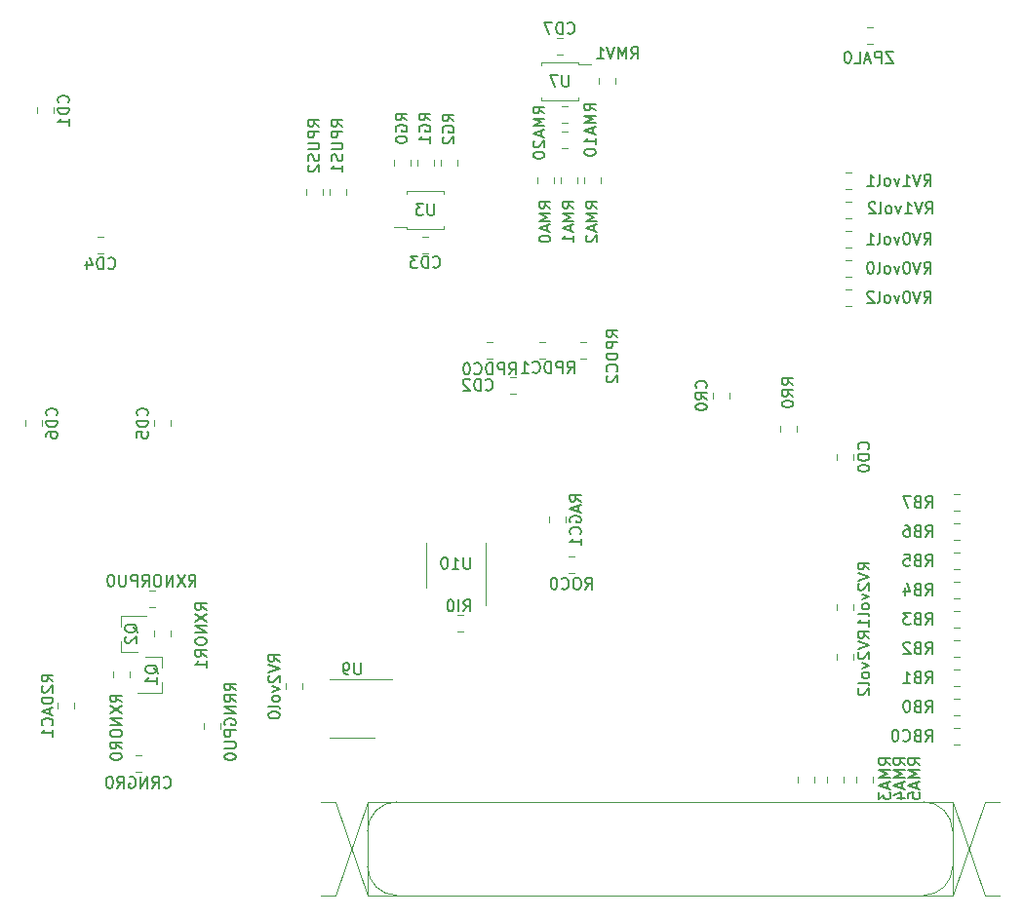
<source format=gbo>
G04 #@! TF.GenerationSoftware,KiCad,Pcbnew,5.1.5+dfsg1-2build2*
G04 #@! TF.CreationDate,2021-07-08T11:40:41+02:00*
G04 #@! TF.ProjectId,GraphixCard,47726170-6869-4784-9361-72642e6b6963,rev?*
G04 #@! TF.SameCoordinates,Original*
G04 #@! TF.FileFunction,Legend,Bot*
G04 #@! TF.FilePolarity,Positive*
%FSLAX46Y46*%
G04 Gerber Fmt 4.6, Leading zero omitted, Abs format (unit mm)*
G04 Created by KiCad (PCBNEW 5.1.5+dfsg1-2build2) date 2021-07-08 11:40:41*
%MOMM*%
%LPD*%
G04 APERTURE LIST*
%ADD10C,0.120000*%
%ADD11C,0.150000*%
G04 APERTURE END LIST*
D10*
X147002500Y-123698000D02*
X147002500Y-131826000D01*
X147002500Y-123698000D02*
X144462500Y-123698000D01*
X149796500Y-131826000D02*
X147002500Y-123698000D01*
X151066500Y-131826000D02*
X149796500Y-131826000D01*
X149796500Y-123698000D02*
X151066500Y-123698000D01*
X147002500Y-131826000D02*
X149796500Y-123698000D01*
X144462500Y-131826000D02*
X147002500Y-131826000D01*
X93408500Y-123698000D02*
X92138500Y-123698000D01*
X96202500Y-131826000D02*
X93408500Y-123698000D01*
X93408500Y-131826000D02*
X92138500Y-131826000D01*
X96202500Y-123698000D02*
X93408500Y-131826000D01*
X96202500Y-123698000D02*
X98742500Y-123698000D01*
X96202500Y-131826000D02*
X96202500Y-123698000D01*
X98742500Y-131826000D02*
X96202500Y-131826000D01*
X98742500Y-131826000D02*
X144462500Y-131826000D01*
X147002500Y-129286000D02*
X147002500Y-126238000D01*
X144462500Y-123698000D02*
X98742500Y-123698000D01*
X96202500Y-126238000D02*
X96202500Y-129286000D01*
X147002500Y-129286000D02*
G75*
G02X144462500Y-131826000I-2540000J0D01*
G01*
X144462500Y-123698000D02*
G75*
G02X147002500Y-126238000I0J-2540000D01*
G01*
X96202500Y-126238000D02*
G75*
G02X98742500Y-123698000I2540000J0D01*
G01*
X98742500Y-131826000D02*
G75*
G02X96202500Y-129286000I0J2540000D01*
G01*
X74805000Y-110673000D02*
X76265000Y-110673000D01*
X74805000Y-107513000D02*
X76965000Y-107513000D01*
X74805000Y-107513000D02*
X74805000Y-108443000D01*
X74805000Y-110673000D02*
X74805000Y-109743000D01*
X78357000Y-111069000D02*
X76897000Y-111069000D01*
X78357000Y-114229000D02*
X76197000Y-114229000D01*
X78357000Y-114229000D02*
X78357000Y-113299000D01*
X78357000Y-111069000D02*
X78357000Y-111999000D01*
X101326000Y-103124000D02*
X101326000Y-101174000D01*
X101326000Y-103124000D02*
X101326000Y-105074000D01*
X106446000Y-103124000D02*
X106446000Y-101174000D01*
X106446000Y-103124000D02*
X106446000Y-106574000D01*
X94869000Y-113010000D02*
X98319000Y-113010000D01*
X94869000Y-113010000D02*
X92919000Y-113010000D01*
X94869000Y-118130000D02*
X96819000Y-118130000D01*
X94869000Y-118130000D02*
X92919000Y-118130000D01*
X147061422Y-107113000D02*
X147578578Y-107113000D01*
X147061422Y-108533000D02*
X147578578Y-108533000D01*
X147061422Y-109653000D02*
X147578578Y-109653000D01*
X147061422Y-111073000D02*
X147578578Y-111073000D01*
X138378000Y-106548422D02*
X138378000Y-107065578D01*
X136958000Y-106548422D02*
X136958000Y-107065578D01*
X138180578Y-78053000D02*
X137663422Y-78053000D01*
X138180578Y-76633000D02*
X137663422Y-76633000D01*
X77211422Y-105335000D02*
X77728578Y-105335000D01*
X77211422Y-106755000D02*
X77728578Y-106755000D01*
X77649000Y-90546422D02*
X77649000Y-91063578D01*
X79069000Y-90546422D02*
X79069000Y-91063578D01*
X137663422Y-79173000D02*
X138180578Y-79173000D01*
X137663422Y-80593000D02*
X138180578Y-80593000D01*
X132005000Y-91571578D02*
X132005000Y-91054422D01*
X133425000Y-91571578D02*
X133425000Y-91054422D01*
X137663422Y-69013000D02*
X138180578Y-69013000D01*
X137663422Y-70433000D02*
X138180578Y-70433000D01*
X147061422Y-117273000D02*
X147578578Y-117273000D01*
X147061422Y-118693000D02*
X147578578Y-118693000D01*
X147061422Y-96953000D02*
X147578578Y-96953000D01*
X147061422Y-98373000D02*
X147578578Y-98373000D01*
X140085578Y-56440000D02*
X139568422Y-56440000D01*
X140085578Y-57860000D02*
X139568422Y-57860000D01*
X114528000Y-59462000D02*
X114528000Y-59587000D01*
X111278000Y-59462000D02*
X111278000Y-59687000D01*
X111278000Y-62712000D02*
X111278000Y-62487000D01*
X114528000Y-62712000D02*
X114528000Y-62487000D01*
X114528000Y-59462000D02*
X111278000Y-59462000D01*
X114528000Y-62712000D02*
X111278000Y-62712000D01*
X114528000Y-59587000D02*
X115603000Y-59587000D01*
X99594000Y-73888000D02*
X99594000Y-73763000D01*
X102844000Y-73888000D02*
X102844000Y-73663000D01*
X102844000Y-70638000D02*
X102844000Y-70863000D01*
X99594000Y-70638000D02*
X99594000Y-70863000D01*
X99594000Y-73888000D02*
X102844000Y-73888000D01*
X99594000Y-70638000D02*
X102844000Y-70638000D01*
X99594000Y-73763000D02*
X98519000Y-73763000D01*
X69267000Y-115574578D02*
X69267000Y-115057422D01*
X70687000Y-115574578D02*
X70687000Y-115057422D01*
X113660422Y-103834000D02*
X114177578Y-103834000D01*
X113660422Y-102414000D02*
X114177578Y-102414000D01*
X101929000Y-68457578D02*
X101929000Y-67940422D01*
X100509000Y-68457578D02*
X100509000Y-67940422D01*
X101477578Y-74601000D02*
X100960422Y-74601000D01*
X101477578Y-76021000D02*
X100960422Y-76021000D01*
X94309000Y-70997578D02*
X94309000Y-70480422D01*
X92889000Y-70997578D02*
X92889000Y-70480422D01*
X137552500Y-121534422D02*
X137552500Y-122051578D01*
X136132500Y-121534422D02*
X136132500Y-122051578D01*
X114676422Y-85165000D02*
X115193578Y-85165000D01*
X114676422Y-83745000D02*
X115193578Y-83745000D01*
X72766422Y-76021000D02*
X73283578Y-76021000D01*
X72766422Y-74601000D02*
X73283578Y-74601000D01*
X147061422Y-112193000D02*
X147578578Y-112193000D01*
X147061422Y-113613000D02*
X147578578Y-113613000D01*
X147061422Y-114733000D02*
X147578578Y-114733000D01*
X147061422Y-116153000D02*
X147578578Y-116153000D01*
X113359000Y-99445578D02*
X113359000Y-98928422D01*
X111939000Y-99445578D02*
X111939000Y-98928422D01*
X137663422Y-74093000D02*
X138180578Y-74093000D01*
X137663422Y-75513000D02*
X138180578Y-75513000D01*
X116257000Y-60828422D02*
X116257000Y-61345578D01*
X117677000Y-60828422D02*
X117677000Y-61345578D01*
X112644422Y-58749000D02*
X113161578Y-58749000D01*
X112644422Y-57329000D02*
X113161578Y-57329000D01*
X111120422Y-85165000D02*
X111637578Y-85165000D01*
X111120422Y-83745000D02*
X111637578Y-83745000D01*
X109097578Y-86793000D02*
X108580422Y-86793000D01*
X109097578Y-88213000D02*
X108580422Y-88213000D01*
X136958000Y-111383578D02*
X136958000Y-110866422D01*
X138378000Y-111383578D02*
X138378000Y-110866422D01*
X135012500Y-121534422D02*
X135012500Y-122051578D01*
X133592500Y-121534422D02*
X133592500Y-122051578D01*
X114987000Y-69464422D02*
X114987000Y-69981578D01*
X116407000Y-69464422D02*
X116407000Y-69981578D01*
X104008422Y-108914000D02*
X104525578Y-108914000D01*
X104008422Y-107494000D02*
X104525578Y-107494000D01*
X99897000Y-68457578D02*
X99897000Y-67940422D01*
X98477000Y-68457578D02*
X98477000Y-67940422D01*
X76585578Y-121106000D02*
X76068422Y-121106000D01*
X76585578Y-119686000D02*
X76068422Y-119686000D01*
X74093000Y-112390422D02*
X74093000Y-112907578D01*
X75513000Y-112390422D02*
X75513000Y-112907578D01*
X113542578Y-63298000D02*
X113025422Y-63298000D01*
X113542578Y-64718000D02*
X113025422Y-64718000D01*
X81967000Y-117352578D02*
X81967000Y-116835422D01*
X83387000Y-117352578D02*
X83387000Y-116835422D01*
X147061422Y-99493000D02*
X147578578Y-99493000D01*
X147061422Y-100913000D02*
X147578578Y-100913000D01*
X147061422Y-102033000D02*
X147578578Y-102033000D01*
X147061422Y-103453000D02*
X147578578Y-103453000D01*
X147061422Y-104573000D02*
X147578578Y-104573000D01*
X147061422Y-105993000D02*
X147578578Y-105993000D01*
X140092500Y-121534422D02*
X140092500Y-122051578D01*
X138672500Y-121534422D02*
X138672500Y-122051578D01*
X138378000Y-93467422D02*
X138378000Y-93984578D01*
X136958000Y-93467422D02*
X136958000Y-93984578D01*
X67893000Y-91063578D02*
X67893000Y-90546422D01*
X66473000Y-91063578D02*
X66473000Y-90546422D01*
X90499000Y-113406422D02*
X90499000Y-113923578D01*
X89079000Y-113406422D02*
X89079000Y-113923578D01*
X79069000Y-108834422D02*
X79069000Y-109351578D01*
X77649000Y-108834422D02*
X77649000Y-109351578D01*
X110923000Y-69464422D02*
X110923000Y-69981578D01*
X112343000Y-69464422D02*
X112343000Y-69981578D01*
X106548422Y-85165000D02*
X107065578Y-85165000D01*
X106548422Y-83745000D02*
X107065578Y-83745000D01*
X68909000Y-63885578D02*
X68909000Y-63368422D01*
X67489000Y-63885578D02*
X67489000Y-63368422D01*
X103961000Y-68457578D02*
X103961000Y-67940422D01*
X102541000Y-68457578D02*
X102541000Y-67940422D01*
X92277000Y-70997578D02*
X92277000Y-70480422D01*
X90857000Y-70997578D02*
X90857000Y-70480422D01*
X113025422Y-66877000D02*
X113542578Y-66877000D01*
X113025422Y-65457000D02*
X113542578Y-65457000D01*
X127583000Y-88133422D02*
X127583000Y-88650578D01*
X126163000Y-88133422D02*
X126163000Y-88650578D01*
X137663422Y-71553000D02*
X138180578Y-71553000D01*
X137663422Y-72973000D02*
X138180578Y-72973000D01*
X112955000Y-69464422D02*
X112955000Y-69981578D01*
X114375000Y-69464422D02*
X114375000Y-69981578D01*
D11*
X76239619Y-108997761D02*
X76192000Y-108902523D01*
X76096761Y-108807285D01*
X75953904Y-108664428D01*
X75906285Y-108569190D01*
X75906285Y-108473952D01*
X76144380Y-108521571D02*
X76096761Y-108426333D01*
X76001523Y-108331095D01*
X75811047Y-108283476D01*
X75477714Y-108283476D01*
X75287238Y-108331095D01*
X75192000Y-108426333D01*
X75144380Y-108521571D01*
X75144380Y-108712047D01*
X75192000Y-108807285D01*
X75287238Y-108902523D01*
X75477714Y-108950142D01*
X75811047Y-108950142D01*
X76001523Y-108902523D01*
X76096761Y-108807285D01*
X76144380Y-108712047D01*
X76144380Y-108521571D01*
X75239619Y-109331095D02*
X75192000Y-109378714D01*
X75144380Y-109473952D01*
X75144380Y-109712047D01*
X75192000Y-109807285D01*
X75239619Y-109854904D01*
X75334857Y-109902523D01*
X75430095Y-109902523D01*
X75572952Y-109854904D01*
X76144380Y-109283476D01*
X76144380Y-109902523D01*
X78017619Y-112553761D02*
X77970000Y-112458523D01*
X77874761Y-112363285D01*
X77731904Y-112220428D01*
X77684285Y-112125190D01*
X77684285Y-112029952D01*
X77922380Y-112077571D02*
X77874761Y-111982333D01*
X77779523Y-111887095D01*
X77589047Y-111839476D01*
X77255714Y-111839476D01*
X77065238Y-111887095D01*
X76970000Y-111982333D01*
X76922380Y-112077571D01*
X76922380Y-112268047D01*
X76970000Y-112363285D01*
X77065238Y-112458523D01*
X77255714Y-112506142D01*
X77589047Y-112506142D01*
X77779523Y-112458523D01*
X77874761Y-112363285D01*
X77922380Y-112268047D01*
X77922380Y-112077571D01*
X77922380Y-113458523D02*
X77922380Y-112887095D01*
X77922380Y-113172809D02*
X76922380Y-113172809D01*
X77065238Y-113077571D01*
X77160476Y-112982333D01*
X77208095Y-112887095D01*
X105124095Y-102449380D02*
X105124095Y-103258904D01*
X105076476Y-103354142D01*
X105028857Y-103401761D01*
X104933619Y-103449380D01*
X104743142Y-103449380D01*
X104647904Y-103401761D01*
X104600285Y-103354142D01*
X104552666Y-103258904D01*
X104552666Y-102449380D01*
X103552666Y-103449380D02*
X104124095Y-103449380D01*
X103838380Y-103449380D02*
X103838380Y-102449380D01*
X103933619Y-102592238D01*
X104028857Y-102687476D01*
X104124095Y-102735095D01*
X102933619Y-102449380D02*
X102838380Y-102449380D01*
X102743142Y-102497000D01*
X102695523Y-102544619D01*
X102647904Y-102639857D01*
X102600285Y-102830333D01*
X102600285Y-103068428D01*
X102647904Y-103258904D01*
X102695523Y-103354142D01*
X102743142Y-103401761D01*
X102838380Y-103449380D01*
X102933619Y-103449380D01*
X103028857Y-103401761D01*
X103076476Y-103354142D01*
X103124095Y-103258904D01*
X103171714Y-103068428D01*
X103171714Y-102830333D01*
X103124095Y-102639857D01*
X103076476Y-102544619D01*
X103028857Y-102497000D01*
X102933619Y-102449380D01*
X95630904Y-111622380D02*
X95630904Y-112431904D01*
X95583285Y-112527142D01*
X95535666Y-112574761D01*
X95440428Y-112622380D01*
X95249952Y-112622380D01*
X95154714Y-112574761D01*
X95107095Y-112527142D01*
X95059476Y-112431904D01*
X95059476Y-111622380D01*
X94535666Y-112622380D02*
X94345190Y-112622380D01*
X94249952Y-112574761D01*
X94202333Y-112527142D01*
X94107095Y-112384285D01*
X94059476Y-112193809D01*
X94059476Y-111812857D01*
X94107095Y-111717619D01*
X94154714Y-111670000D01*
X94249952Y-111622380D01*
X94440428Y-111622380D01*
X94535666Y-111670000D01*
X94583285Y-111717619D01*
X94630904Y-111812857D01*
X94630904Y-112050952D01*
X94583285Y-112146190D01*
X94535666Y-112193809D01*
X94440428Y-112241428D01*
X94249952Y-112241428D01*
X94154714Y-112193809D01*
X94107095Y-112146190D01*
X94059476Y-112050952D01*
X144684666Y-108275380D02*
X145018000Y-107799190D01*
X145256095Y-108275380D02*
X145256095Y-107275380D01*
X144875142Y-107275380D01*
X144779904Y-107323000D01*
X144732285Y-107370619D01*
X144684666Y-107465857D01*
X144684666Y-107608714D01*
X144732285Y-107703952D01*
X144779904Y-107751571D01*
X144875142Y-107799190D01*
X145256095Y-107799190D01*
X143922761Y-107751571D02*
X143779904Y-107799190D01*
X143732285Y-107846809D01*
X143684666Y-107942047D01*
X143684666Y-108084904D01*
X143732285Y-108180142D01*
X143779904Y-108227761D01*
X143875142Y-108275380D01*
X144256095Y-108275380D01*
X144256095Y-107275380D01*
X143922761Y-107275380D01*
X143827523Y-107323000D01*
X143779904Y-107370619D01*
X143732285Y-107465857D01*
X143732285Y-107561095D01*
X143779904Y-107656333D01*
X143827523Y-107703952D01*
X143922761Y-107751571D01*
X144256095Y-107751571D01*
X143351333Y-107275380D02*
X142732285Y-107275380D01*
X143065619Y-107656333D01*
X142922761Y-107656333D01*
X142827523Y-107703952D01*
X142779904Y-107751571D01*
X142732285Y-107846809D01*
X142732285Y-108084904D01*
X142779904Y-108180142D01*
X142827523Y-108227761D01*
X142922761Y-108275380D01*
X143208476Y-108275380D01*
X143303714Y-108227761D01*
X143351333Y-108180142D01*
X144684666Y-110815380D02*
X145018000Y-110339190D01*
X145256095Y-110815380D02*
X145256095Y-109815380D01*
X144875142Y-109815380D01*
X144779904Y-109863000D01*
X144732285Y-109910619D01*
X144684666Y-110005857D01*
X144684666Y-110148714D01*
X144732285Y-110243952D01*
X144779904Y-110291571D01*
X144875142Y-110339190D01*
X145256095Y-110339190D01*
X143922761Y-110291571D02*
X143779904Y-110339190D01*
X143732285Y-110386809D01*
X143684666Y-110482047D01*
X143684666Y-110624904D01*
X143732285Y-110720142D01*
X143779904Y-110767761D01*
X143875142Y-110815380D01*
X144256095Y-110815380D01*
X144256095Y-109815380D01*
X143922761Y-109815380D01*
X143827523Y-109863000D01*
X143779904Y-109910619D01*
X143732285Y-110005857D01*
X143732285Y-110101095D01*
X143779904Y-110196333D01*
X143827523Y-110243952D01*
X143922761Y-110291571D01*
X144256095Y-110291571D01*
X143303714Y-109910619D02*
X143256095Y-109863000D01*
X143160857Y-109815380D01*
X142922761Y-109815380D01*
X142827523Y-109863000D01*
X142779904Y-109910619D01*
X142732285Y-110005857D01*
X142732285Y-110101095D01*
X142779904Y-110243952D01*
X143351333Y-110815380D01*
X142732285Y-110815380D01*
X139771380Y-103497333D02*
X139295190Y-103164000D01*
X139771380Y-102925904D02*
X138771380Y-102925904D01*
X138771380Y-103306857D01*
X138819000Y-103402095D01*
X138866619Y-103449714D01*
X138961857Y-103497333D01*
X139104714Y-103497333D01*
X139199952Y-103449714D01*
X139247571Y-103402095D01*
X139295190Y-103306857D01*
X139295190Y-102925904D01*
X138771380Y-103783047D02*
X139771380Y-104116380D01*
X138771380Y-104449714D01*
X138866619Y-104735428D02*
X138819000Y-104783047D01*
X138771380Y-104878285D01*
X138771380Y-105116380D01*
X138819000Y-105211619D01*
X138866619Y-105259238D01*
X138961857Y-105306857D01*
X139057095Y-105306857D01*
X139199952Y-105259238D01*
X139771380Y-104687809D01*
X139771380Y-105306857D01*
X139104714Y-105640190D02*
X139771380Y-105878285D01*
X139104714Y-106116380D01*
X139771380Y-106640190D02*
X139723761Y-106544952D01*
X139676142Y-106497333D01*
X139580904Y-106449714D01*
X139295190Y-106449714D01*
X139199952Y-106497333D01*
X139152333Y-106544952D01*
X139104714Y-106640190D01*
X139104714Y-106783047D01*
X139152333Y-106878285D01*
X139199952Y-106925904D01*
X139295190Y-106973523D01*
X139580904Y-106973523D01*
X139676142Y-106925904D01*
X139723761Y-106878285D01*
X139771380Y-106783047D01*
X139771380Y-106640190D01*
X139771380Y-107544952D02*
X139723761Y-107449714D01*
X139628523Y-107402095D01*
X138771380Y-107402095D01*
X139771380Y-108449714D02*
X139771380Y-107878285D01*
X139771380Y-108164000D02*
X138771380Y-108164000D01*
X138914238Y-108068761D01*
X139009476Y-107973523D01*
X139057095Y-107878285D01*
X144533666Y-77795380D02*
X144867000Y-77319190D01*
X145105095Y-77795380D02*
X145105095Y-76795380D01*
X144724142Y-76795380D01*
X144628904Y-76843000D01*
X144581285Y-76890619D01*
X144533666Y-76985857D01*
X144533666Y-77128714D01*
X144581285Y-77223952D01*
X144628904Y-77271571D01*
X144724142Y-77319190D01*
X145105095Y-77319190D01*
X144247952Y-76795380D02*
X143914619Y-77795380D01*
X143581285Y-76795380D01*
X143057476Y-76795380D02*
X142962238Y-76795380D01*
X142867000Y-76843000D01*
X142819380Y-76890619D01*
X142771761Y-76985857D01*
X142724142Y-77176333D01*
X142724142Y-77414428D01*
X142771761Y-77604904D01*
X142819380Y-77700142D01*
X142867000Y-77747761D01*
X142962238Y-77795380D01*
X143057476Y-77795380D01*
X143152714Y-77747761D01*
X143200333Y-77700142D01*
X143247952Y-77604904D01*
X143295571Y-77414428D01*
X143295571Y-77176333D01*
X143247952Y-76985857D01*
X143200333Y-76890619D01*
X143152714Y-76843000D01*
X143057476Y-76795380D01*
X142390809Y-77128714D02*
X142152714Y-77795380D01*
X141914619Y-77128714D01*
X141390809Y-77795380D02*
X141486047Y-77747761D01*
X141533666Y-77700142D01*
X141581285Y-77604904D01*
X141581285Y-77319190D01*
X141533666Y-77223952D01*
X141486047Y-77176333D01*
X141390809Y-77128714D01*
X141247952Y-77128714D01*
X141152714Y-77176333D01*
X141105095Y-77223952D01*
X141057476Y-77319190D01*
X141057476Y-77604904D01*
X141105095Y-77700142D01*
X141152714Y-77747761D01*
X141247952Y-77795380D01*
X141390809Y-77795380D01*
X140486047Y-77795380D02*
X140581285Y-77747761D01*
X140628904Y-77652523D01*
X140628904Y-76795380D01*
X139914619Y-76795380D02*
X139819380Y-76795380D01*
X139724142Y-76843000D01*
X139676523Y-76890619D01*
X139628904Y-76985857D01*
X139581285Y-77176333D01*
X139581285Y-77414428D01*
X139628904Y-77604904D01*
X139676523Y-77700142D01*
X139724142Y-77747761D01*
X139819380Y-77795380D01*
X139914619Y-77795380D01*
X140009857Y-77747761D01*
X140057476Y-77700142D01*
X140105095Y-77604904D01*
X140152714Y-77414428D01*
X140152714Y-77176333D01*
X140105095Y-76985857D01*
X140057476Y-76890619D01*
X140009857Y-76843000D01*
X139914619Y-76795380D01*
X80684285Y-104973380D02*
X81017619Y-104497190D01*
X81255714Y-104973380D02*
X81255714Y-103973380D01*
X80874761Y-103973380D01*
X80779523Y-104021000D01*
X80731904Y-104068619D01*
X80684285Y-104163857D01*
X80684285Y-104306714D01*
X80731904Y-104401952D01*
X80779523Y-104449571D01*
X80874761Y-104497190D01*
X81255714Y-104497190D01*
X80350952Y-103973380D02*
X79684285Y-104973380D01*
X79684285Y-103973380D02*
X80350952Y-104973380D01*
X79303333Y-104973380D02*
X79303333Y-103973380D01*
X78731904Y-104973380D01*
X78731904Y-103973380D01*
X78065238Y-103973380D02*
X77874761Y-103973380D01*
X77779523Y-104021000D01*
X77684285Y-104116238D01*
X77636666Y-104306714D01*
X77636666Y-104640047D01*
X77684285Y-104830523D01*
X77779523Y-104925761D01*
X77874761Y-104973380D01*
X78065238Y-104973380D01*
X78160476Y-104925761D01*
X78255714Y-104830523D01*
X78303333Y-104640047D01*
X78303333Y-104306714D01*
X78255714Y-104116238D01*
X78160476Y-104021000D01*
X78065238Y-103973380D01*
X76636666Y-104973380D02*
X76970000Y-104497190D01*
X77208095Y-104973380D02*
X77208095Y-103973380D01*
X76827142Y-103973380D01*
X76731904Y-104021000D01*
X76684285Y-104068619D01*
X76636666Y-104163857D01*
X76636666Y-104306714D01*
X76684285Y-104401952D01*
X76731904Y-104449571D01*
X76827142Y-104497190D01*
X77208095Y-104497190D01*
X76208095Y-104973380D02*
X76208095Y-103973380D01*
X75827142Y-103973380D01*
X75731904Y-104021000D01*
X75684285Y-104068619D01*
X75636666Y-104163857D01*
X75636666Y-104306714D01*
X75684285Y-104401952D01*
X75731904Y-104449571D01*
X75827142Y-104497190D01*
X76208095Y-104497190D01*
X75208095Y-103973380D02*
X75208095Y-104782904D01*
X75160476Y-104878142D01*
X75112857Y-104925761D01*
X75017619Y-104973380D01*
X74827142Y-104973380D01*
X74731904Y-104925761D01*
X74684285Y-104878142D01*
X74636666Y-104782904D01*
X74636666Y-103973380D01*
X73970000Y-103973380D02*
X73874761Y-103973380D01*
X73779523Y-104021000D01*
X73731904Y-104068619D01*
X73684285Y-104163857D01*
X73636666Y-104354333D01*
X73636666Y-104592428D01*
X73684285Y-104782904D01*
X73731904Y-104878142D01*
X73779523Y-104925761D01*
X73874761Y-104973380D01*
X73970000Y-104973380D01*
X74065238Y-104925761D01*
X74112857Y-104878142D01*
X74160476Y-104782904D01*
X74208095Y-104592428D01*
X74208095Y-104354333D01*
X74160476Y-104163857D01*
X74112857Y-104068619D01*
X74065238Y-104021000D01*
X73970000Y-103973380D01*
X77066142Y-90138333D02*
X77113761Y-90090714D01*
X77161380Y-89947857D01*
X77161380Y-89852619D01*
X77113761Y-89709761D01*
X77018523Y-89614523D01*
X76923285Y-89566904D01*
X76732809Y-89519285D01*
X76589952Y-89519285D01*
X76399476Y-89566904D01*
X76304238Y-89614523D01*
X76209000Y-89709761D01*
X76161380Y-89852619D01*
X76161380Y-89947857D01*
X76209000Y-90090714D01*
X76256619Y-90138333D01*
X77161380Y-90566904D02*
X76161380Y-90566904D01*
X76161380Y-90805000D01*
X76209000Y-90947857D01*
X76304238Y-91043095D01*
X76399476Y-91090714D01*
X76589952Y-91138333D01*
X76732809Y-91138333D01*
X76923285Y-91090714D01*
X77018523Y-91043095D01*
X77113761Y-90947857D01*
X77161380Y-90805000D01*
X77161380Y-90566904D01*
X76161380Y-92043095D02*
X76161380Y-91566904D01*
X76637571Y-91519285D01*
X76589952Y-91566904D01*
X76542333Y-91662142D01*
X76542333Y-91900238D01*
X76589952Y-91995476D01*
X76637571Y-92043095D01*
X76732809Y-92090714D01*
X76970904Y-92090714D01*
X77066142Y-92043095D01*
X77113761Y-91995476D01*
X77161380Y-91900238D01*
X77161380Y-91662142D01*
X77113761Y-91566904D01*
X77066142Y-91519285D01*
X144533666Y-80335380D02*
X144867000Y-79859190D01*
X145105095Y-80335380D02*
X145105095Y-79335380D01*
X144724142Y-79335380D01*
X144628904Y-79383000D01*
X144581285Y-79430619D01*
X144533666Y-79525857D01*
X144533666Y-79668714D01*
X144581285Y-79763952D01*
X144628904Y-79811571D01*
X144724142Y-79859190D01*
X145105095Y-79859190D01*
X144247952Y-79335380D02*
X143914619Y-80335380D01*
X143581285Y-79335380D01*
X143057476Y-79335380D02*
X142962238Y-79335380D01*
X142867000Y-79383000D01*
X142819380Y-79430619D01*
X142771761Y-79525857D01*
X142724142Y-79716333D01*
X142724142Y-79954428D01*
X142771761Y-80144904D01*
X142819380Y-80240142D01*
X142867000Y-80287761D01*
X142962238Y-80335380D01*
X143057476Y-80335380D01*
X143152714Y-80287761D01*
X143200333Y-80240142D01*
X143247952Y-80144904D01*
X143295571Y-79954428D01*
X143295571Y-79716333D01*
X143247952Y-79525857D01*
X143200333Y-79430619D01*
X143152714Y-79383000D01*
X143057476Y-79335380D01*
X142390809Y-79668714D02*
X142152714Y-80335380D01*
X141914619Y-79668714D01*
X141390809Y-80335380D02*
X141486047Y-80287761D01*
X141533666Y-80240142D01*
X141581285Y-80144904D01*
X141581285Y-79859190D01*
X141533666Y-79763952D01*
X141486047Y-79716333D01*
X141390809Y-79668714D01*
X141247952Y-79668714D01*
X141152714Y-79716333D01*
X141105095Y-79763952D01*
X141057476Y-79859190D01*
X141057476Y-80144904D01*
X141105095Y-80240142D01*
X141152714Y-80287761D01*
X141247952Y-80335380D01*
X141390809Y-80335380D01*
X140486047Y-80335380D02*
X140581285Y-80287761D01*
X140628904Y-80192523D01*
X140628904Y-79335380D01*
X140152714Y-79430619D02*
X140105095Y-79383000D01*
X140009857Y-79335380D01*
X139771761Y-79335380D01*
X139676523Y-79383000D01*
X139628904Y-79430619D01*
X139581285Y-79525857D01*
X139581285Y-79621095D01*
X139628904Y-79763952D01*
X140200333Y-80335380D01*
X139581285Y-80335380D01*
X133167380Y-87471333D02*
X132691190Y-87138000D01*
X133167380Y-86899904D02*
X132167380Y-86899904D01*
X132167380Y-87280857D01*
X132215000Y-87376095D01*
X132262619Y-87423714D01*
X132357857Y-87471333D01*
X132500714Y-87471333D01*
X132595952Y-87423714D01*
X132643571Y-87376095D01*
X132691190Y-87280857D01*
X132691190Y-86899904D01*
X133167380Y-88471333D02*
X132691190Y-88138000D01*
X133167380Y-87899904D02*
X132167380Y-87899904D01*
X132167380Y-88280857D01*
X132215000Y-88376095D01*
X132262619Y-88423714D01*
X132357857Y-88471333D01*
X132500714Y-88471333D01*
X132595952Y-88423714D01*
X132643571Y-88376095D01*
X132691190Y-88280857D01*
X132691190Y-87899904D01*
X132167380Y-89090380D02*
X132167380Y-89185619D01*
X132215000Y-89280857D01*
X132262619Y-89328476D01*
X132357857Y-89376095D01*
X132548333Y-89423714D01*
X132786428Y-89423714D01*
X132976904Y-89376095D01*
X133072142Y-89328476D01*
X133119761Y-89280857D01*
X133167380Y-89185619D01*
X133167380Y-89090380D01*
X133119761Y-88995142D01*
X133072142Y-88947523D01*
X132976904Y-88899904D01*
X132786428Y-88852285D01*
X132548333Y-88852285D01*
X132357857Y-88899904D01*
X132262619Y-88947523D01*
X132215000Y-88995142D01*
X132167380Y-89090380D01*
X144533666Y-70175380D02*
X144867000Y-69699190D01*
X145105095Y-70175380D02*
X145105095Y-69175380D01*
X144724142Y-69175380D01*
X144628904Y-69223000D01*
X144581285Y-69270619D01*
X144533666Y-69365857D01*
X144533666Y-69508714D01*
X144581285Y-69603952D01*
X144628904Y-69651571D01*
X144724142Y-69699190D01*
X145105095Y-69699190D01*
X144247952Y-69175380D02*
X143914619Y-70175380D01*
X143581285Y-69175380D01*
X142724142Y-70175380D02*
X143295571Y-70175380D01*
X143009857Y-70175380D02*
X143009857Y-69175380D01*
X143105095Y-69318238D01*
X143200333Y-69413476D01*
X143295571Y-69461095D01*
X142390809Y-69508714D02*
X142152714Y-70175380D01*
X141914619Y-69508714D01*
X141390809Y-70175380D02*
X141486047Y-70127761D01*
X141533666Y-70080142D01*
X141581285Y-69984904D01*
X141581285Y-69699190D01*
X141533666Y-69603952D01*
X141486047Y-69556333D01*
X141390809Y-69508714D01*
X141247952Y-69508714D01*
X141152714Y-69556333D01*
X141105095Y-69603952D01*
X141057476Y-69699190D01*
X141057476Y-69984904D01*
X141105095Y-70080142D01*
X141152714Y-70127761D01*
X141247952Y-70175380D01*
X141390809Y-70175380D01*
X140486047Y-70175380D02*
X140581285Y-70127761D01*
X140628904Y-70032523D01*
X140628904Y-69175380D01*
X139581285Y-70175380D02*
X140152714Y-70175380D01*
X139867000Y-70175380D02*
X139867000Y-69175380D01*
X139962238Y-69318238D01*
X140057476Y-69413476D01*
X140152714Y-69461095D01*
X144676666Y-118435380D02*
X145010000Y-117959190D01*
X145248095Y-118435380D02*
X145248095Y-117435380D01*
X144867142Y-117435380D01*
X144771904Y-117483000D01*
X144724285Y-117530619D01*
X144676666Y-117625857D01*
X144676666Y-117768714D01*
X144724285Y-117863952D01*
X144771904Y-117911571D01*
X144867142Y-117959190D01*
X145248095Y-117959190D01*
X143914761Y-117911571D02*
X143771904Y-117959190D01*
X143724285Y-118006809D01*
X143676666Y-118102047D01*
X143676666Y-118244904D01*
X143724285Y-118340142D01*
X143771904Y-118387761D01*
X143867142Y-118435380D01*
X144248095Y-118435380D01*
X144248095Y-117435380D01*
X143914761Y-117435380D01*
X143819523Y-117483000D01*
X143771904Y-117530619D01*
X143724285Y-117625857D01*
X143724285Y-117721095D01*
X143771904Y-117816333D01*
X143819523Y-117863952D01*
X143914761Y-117911571D01*
X144248095Y-117911571D01*
X142676666Y-118340142D02*
X142724285Y-118387761D01*
X142867142Y-118435380D01*
X142962380Y-118435380D01*
X143105238Y-118387761D01*
X143200476Y-118292523D01*
X143248095Y-118197285D01*
X143295714Y-118006809D01*
X143295714Y-117863952D01*
X143248095Y-117673476D01*
X143200476Y-117578238D01*
X143105238Y-117483000D01*
X142962380Y-117435380D01*
X142867142Y-117435380D01*
X142724285Y-117483000D01*
X142676666Y-117530619D01*
X142057619Y-117435380D02*
X141962380Y-117435380D01*
X141867142Y-117483000D01*
X141819523Y-117530619D01*
X141771904Y-117625857D01*
X141724285Y-117816333D01*
X141724285Y-118054428D01*
X141771904Y-118244904D01*
X141819523Y-118340142D01*
X141867142Y-118387761D01*
X141962380Y-118435380D01*
X142057619Y-118435380D01*
X142152857Y-118387761D01*
X142200476Y-118340142D01*
X142248095Y-118244904D01*
X142295714Y-118054428D01*
X142295714Y-117816333D01*
X142248095Y-117625857D01*
X142200476Y-117530619D01*
X142152857Y-117483000D01*
X142057619Y-117435380D01*
X144684666Y-98115380D02*
X145018000Y-97639190D01*
X145256095Y-98115380D02*
X145256095Y-97115380D01*
X144875142Y-97115380D01*
X144779904Y-97163000D01*
X144732285Y-97210619D01*
X144684666Y-97305857D01*
X144684666Y-97448714D01*
X144732285Y-97543952D01*
X144779904Y-97591571D01*
X144875142Y-97639190D01*
X145256095Y-97639190D01*
X143922761Y-97591571D02*
X143779904Y-97639190D01*
X143732285Y-97686809D01*
X143684666Y-97782047D01*
X143684666Y-97924904D01*
X143732285Y-98020142D01*
X143779904Y-98067761D01*
X143875142Y-98115380D01*
X144256095Y-98115380D01*
X144256095Y-97115380D01*
X143922761Y-97115380D01*
X143827523Y-97163000D01*
X143779904Y-97210619D01*
X143732285Y-97305857D01*
X143732285Y-97401095D01*
X143779904Y-97496333D01*
X143827523Y-97543952D01*
X143922761Y-97591571D01*
X144256095Y-97591571D01*
X143351333Y-97115380D02*
X142684666Y-97115380D01*
X143113238Y-98115380D01*
X141842857Y-58507380D02*
X141176190Y-58507380D01*
X141842857Y-59507380D01*
X141176190Y-59507380D01*
X140795238Y-59507380D02*
X140795238Y-58507380D01*
X140414285Y-58507380D01*
X140319047Y-58555000D01*
X140271428Y-58602619D01*
X140223809Y-58697857D01*
X140223809Y-58840714D01*
X140271428Y-58935952D01*
X140319047Y-58983571D01*
X140414285Y-59031190D01*
X140795238Y-59031190D01*
X139842857Y-59221666D02*
X139366666Y-59221666D01*
X139938095Y-59507380D02*
X139604761Y-58507380D01*
X139271428Y-59507380D01*
X138461904Y-59507380D02*
X138938095Y-59507380D01*
X138938095Y-58507380D01*
X137938095Y-58507380D02*
X137842857Y-58507380D01*
X137747619Y-58555000D01*
X137700000Y-58602619D01*
X137652380Y-58697857D01*
X137604761Y-58888333D01*
X137604761Y-59126428D01*
X137652380Y-59316904D01*
X137700000Y-59412142D01*
X137747619Y-59459761D01*
X137842857Y-59507380D01*
X137938095Y-59507380D01*
X138033333Y-59459761D01*
X138080952Y-59412142D01*
X138128571Y-59316904D01*
X138176190Y-59126428D01*
X138176190Y-58888333D01*
X138128571Y-58697857D01*
X138080952Y-58602619D01*
X138033333Y-58555000D01*
X137938095Y-58507380D01*
X113664904Y-60539380D02*
X113664904Y-61348904D01*
X113617285Y-61444142D01*
X113569666Y-61491761D01*
X113474428Y-61539380D01*
X113283952Y-61539380D01*
X113188714Y-61491761D01*
X113141095Y-61444142D01*
X113093476Y-61348904D01*
X113093476Y-60539380D01*
X112712523Y-60539380D02*
X112045857Y-60539380D01*
X112474428Y-61539380D01*
X101980904Y-71715380D02*
X101980904Y-72524904D01*
X101933285Y-72620142D01*
X101885666Y-72667761D01*
X101790428Y-72715380D01*
X101599952Y-72715380D01*
X101504714Y-72667761D01*
X101457095Y-72620142D01*
X101409476Y-72524904D01*
X101409476Y-71715380D01*
X101028523Y-71715380D02*
X100409476Y-71715380D01*
X100742809Y-72096333D01*
X100599952Y-72096333D01*
X100504714Y-72143952D01*
X100457095Y-72191571D01*
X100409476Y-72286809D01*
X100409476Y-72524904D01*
X100457095Y-72620142D01*
X100504714Y-72667761D01*
X100599952Y-72715380D01*
X100885666Y-72715380D01*
X100980904Y-72667761D01*
X101028523Y-72620142D01*
X68905380Y-113244571D02*
X68429190Y-112911238D01*
X68905380Y-112673142D02*
X67905380Y-112673142D01*
X67905380Y-113054095D01*
X67953000Y-113149333D01*
X68000619Y-113196952D01*
X68095857Y-113244571D01*
X68238714Y-113244571D01*
X68333952Y-113196952D01*
X68381571Y-113149333D01*
X68429190Y-113054095D01*
X68429190Y-112673142D01*
X68000619Y-113625523D02*
X67953000Y-113673142D01*
X67905380Y-113768380D01*
X67905380Y-114006476D01*
X67953000Y-114101714D01*
X68000619Y-114149333D01*
X68095857Y-114196952D01*
X68191095Y-114196952D01*
X68333952Y-114149333D01*
X68905380Y-113577904D01*
X68905380Y-114196952D01*
X68905380Y-114625523D02*
X67905380Y-114625523D01*
X67905380Y-114863619D01*
X67953000Y-115006476D01*
X68048238Y-115101714D01*
X68143476Y-115149333D01*
X68333952Y-115196952D01*
X68476809Y-115196952D01*
X68667285Y-115149333D01*
X68762523Y-115101714D01*
X68857761Y-115006476D01*
X68905380Y-114863619D01*
X68905380Y-114625523D01*
X68619666Y-115577904D02*
X68619666Y-116054095D01*
X68905380Y-115482666D02*
X67905380Y-115816000D01*
X68905380Y-116149333D01*
X68810142Y-117054095D02*
X68857761Y-117006476D01*
X68905380Y-116863619D01*
X68905380Y-116768380D01*
X68857761Y-116625523D01*
X68762523Y-116530285D01*
X68667285Y-116482666D01*
X68476809Y-116435047D01*
X68333952Y-116435047D01*
X68143476Y-116482666D01*
X68048238Y-116530285D01*
X67953000Y-116625523D01*
X67905380Y-116768380D01*
X67905380Y-116863619D01*
X67953000Y-117006476D01*
X68000619Y-117054095D01*
X68905380Y-118006476D02*
X68905380Y-117435047D01*
X68905380Y-117720761D02*
X67905380Y-117720761D01*
X68048238Y-117625523D01*
X68143476Y-117530285D01*
X68191095Y-117435047D01*
X115109476Y-105226380D02*
X115442809Y-104750190D01*
X115680904Y-105226380D02*
X115680904Y-104226380D01*
X115299952Y-104226380D01*
X115204714Y-104274000D01*
X115157095Y-104321619D01*
X115109476Y-104416857D01*
X115109476Y-104559714D01*
X115157095Y-104654952D01*
X115204714Y-104702571D01*
X115299952Y-104750190D01*
X115680904Y-104750190D01*
X114490428Y-104226380D02*
X114299952Y-104226380D01*
X114204714Y-104274000D01*
X114109476Y-104369238D01*
X114061857Y-104559714D01*
X114061857Y-104893047D01*
X114109476Y-105083523D01*
X114204714Y-105178761D01*
X114299952Y-105226380D01*
X114490428Y-105226380D01*
X114585666Y-105178761D01*
X114680904Y-105083523D01*
X114728523Y-104893047D01*
X114728523Y-104559714D01*
X114680904Y-104369238D01*
X114585666Y-104274000D01*
X114490428Y-104226380D01*
X113061857Y-105131142D02*
X113109476Y-105178761D01*
X113252333Y-105226380D01*
X113347571Y-105226380D01*
X113490428Y-105178761D01*
X113585666Y-105083523D01*
X113633285Y-104988285D01*
X113680904Y-104797809D01*
X113680904Y-104654952D01*
X113633285Y-104464476D01*
X113585666Y-104369238D01*
X113490428Y-104274000D01*
X113347571Y-104226380D01*
X113252333Y-104226380D01*
X113109476Y-104274000D01*
X113061857Y-104321619D01*
X112442809Y-104226380D02*
X112347571Y-104226380D01*
X112252333Y-104274000D01*
X112204714Y-104321619D01*
X112157095Y-104416857D01*
X112109476Y-104607333D01*
X112109476Y-104845428D01*
X112157095Y-105035904D01*
X112204714Y-105131142D01*
X112252333Y-105178761D01*
X112347571Y-105226380D01*
X112442809Y-105226380D01*
X112538047Y-105178761D01*
X112585666Y-105131142D01*
X112633285Y-105035904D01*
X112680904Y-104845428D01*
X112680904Y-104607333D01*
X112633285Y-104416857D01*
X112585666Y-104321619D01*
X112538047Y-104274000D01*
X112442809Y-104226380D01*
X101671380Y-64484333D02*
X101195190Y-64151000D01*
X101671380Y-63912904D02*
X100671380Y-63912904D01*
X100671380Y-64293857D01*
X100719000Y-64389095D01*
X100766619Y-64436714D01*
X100861857Y-64484333D01*
X101004714Y-64484333D01*
X101099952Y-64436714D01*
X101147571Y-64389095D01*
X101195190Y-64293857D01*
X101195190Y-63912904D01*
X100719000Y-65436714D02*
X100671380Y-65341476D01*
X100671380Y-65198619D01*
X100719000Y-65055761D01*
X100814238Y-64960523D01*
X100909476Y-64912904D01*
X101099952Y-64865285D01*
X101242809Y-64865285D01*
X101433285Y-64912904D01*
X101528523Y-64960523D01*
X101623761Y-65055761D01*
X101671380Y-65198619D01*
X101671380Y-65293857D01*
X101623761Y-65436714D01*
X101576142Y-65484333D01*
X101242809Y-65484333D01*
X101242809Y-65293857D01*
X101671380Y-66436714D02*
X101671380Y-65865285D01*
X101671380Y-66151000D02*
X100671380Y-66151000D01*
X100814238Y-66055761D01*
X100909476Y-65960523D01*
X100957095Y-65865285D01*
X101885666Y-77192142D02*
X101933285Y-77239761D01*
X102076142Y-77287380D01*
X102171380Y-77287380D01*
X102314238Y-77239761D01*
X102409476Y-77144523D01*
X102457095Y-77049285D01*
X102504714Y-76858809D01*
X102504714Y-76715952D01*
X102457095Y-76525476D01*
X102409476Y-76430238D01*
X102314238Y-76335000D01*
X102171380Y-76287380D01*
X102076142Y-76287380D01*
X101933285Y-76335000D01*
X101885666Y-76382619D01*
X101457095Y-77287380D02*
X101457095Y-76287380D01*
X101219000Y-76287380D01*
X101076142Y-76335000D01*
X100980904Y-76430238D01*
X100933285Y-76525476D01*
X100885666Y-76715952D01*
X100885666Y-76858809D01*
X100933285Y-77049285D01*
X100980904Y-77144523D01*
X101076142Y-77239761D01*
X101219000Y-77287380D01*
X101457095Y-77287380D01*
X100552333Y-76287380D02*
X99933285Y-76287380D01*
X100266619Y-76668333D01*
X100123761Y-76668333D01*
X100028523Y-76715952D01*
X99980904Y-76763571D01*
X99933285Y-76858809D01*
X99933285Y-77096904D01*
X99980904Y-77192142D01*
X100028523Y-77239761D01*
X100123761Y-77287380D01*
X100409476Y-77287380D01*
X100504714Y-77239761D01*
X100552333Y-77192142D01*
X94051380Y-65008333D02*
X93575190Y-64675000D01*
X94051380Y-64436904D02*
X93051380Y-64436904D01*
X93051380Y-64817857D01*
X93099000Y-64913095D01*
X93146619Y-64960714D01*
X93241857Y-65008333D01*
X93384714Y-65008333D01*
X93479952Y-64960714D01*
X93527571Y-64913095D01*
X93575190Y-64817857D01*
X93575190Y-64436904D01*
X94051380Y-65436904D02*
X93051380Y-65436904D01*
X93051380Y-65817857D01*
X93099000Y-65913095D01*
X93146619Y-65960714D01*
X93241857Y-66008333D01*
X93384714Y-66008333D01*
X93479952Y-65960714D01*
X93527571Y-65913095D01*
X93575190Y-65817857D01*
X93575190Y-65436904D01*
X93051380Y-66436904D02*
X93860904Y-66436904D01*
X93956142Y-66484523D01*
X94003761Y-66532142D01*
X94051380Y-66627380D01*
X94051380Y-66817857D01*
X94003761Y-66913095D01*
X93956142Y-66960714D01*
X93860904Y-67008333D01*
X93051380Y-67008333D01*
X94003761Y-67436904D02*
X94051380Y-67579761D01*
X94051380Y-67817857D01*
X94003761Y-67913095D01*
X93956142Y-67960714D01*
X93860904Y-68008333D01*
X93765666Y-68008333D01*
X93670428Y-67960714D01*
X93622809Y-67913095D01*
X93575190Y-67817857D01*
X93527571Y-67627380D01*
X93479952Y-67532142D01*
X93432333Y-67484523D01*
X93337095Y-67436904D01*
X93241857Y-67436904D01*
X93146619Y-67484523D01*
X93099000Y-67532142D01*
X93051380Y-67627380D01*
X93051380Y-67865476D01*
X93099000Y-68008333D01*
X94051380Y-68960714D02*
X94051380Y-68389285D01*
X94051380Y-68675000D02*
X93051380Y-68675000D01*
X93194238Y-68579761D01*
X93289476Y-68484523D01*
X93337095Y-68389285D01*
X142882880Y-120499333D02*
X142406690Y-120166000D01*
X142882880Y-119927904D02*
X141882880Y-119927904D01*
X141882880Y-120308857D01*
X141930500Y-120404095D01*
X141978119Y-120451714D01*
X142073357Y-120499333D01*
X142216214Y-120499333D01*
X142311452Y-120451714D01*
X142359071Y-120404095D01*
X142406690Y-120308857D01*
X142406690Y-119927904D01*
X142882880Y-120927904D02*
X141882880Y-120927904D01*
X142597166Y-121261238D01*
X141882880Y-121594571D01*
X142882880Y-121594571D01*
X142597166Y-122023142D02*
X142597166Y-122499333D01*
X142882880Y-121927904D02*
X141882880Y-122261238D01*
X142882880Y-122594571D01*
X142216214Y-123356476D02*
X142882880Y-123356476D01*
X141835261Y-123118380D02*
X142549547Y-122880285D01*
X142549547Y-123499333D01*
X117927380Y-83296333D02*
X117451190Y-82963000D01*
X117927380Y-82724904D02*
X116927380Y-82724904D01*
X116927380Y-83105857D01*
X116975000Y-83201095D01*
X117022619Y-83248714D01*
X117117857Y-83296333D01*
X117260714Y-83296333D01*
X117355952Y-83248714D01*
X117403571Y-83201095D01*
X117451190Y-83105857D01*
X117451190Y-82724904D01*
X117927380Y-83724904D02*
X116927380Y-83724904D01*
X116927380Y-84105857D01*
X116975000Y-84201095D01*
X117022619Y-84248714D01*
X117117857Y-84296333D01*
X117260714Y-84296333D01*
X117355952Y-84248714D01*
X117403571Y-84201095D01*
X117451190Y-84105857D01*
X117451190Y-83724904D01*
X117927380Y-84724904D02*
X116927380Y-84724904D01*
X116927380Y-84963000D01*
X116975000Y-85105857D01*
X117070238Y-85201095D01*
X117165476Y-85248714D01*
X117355952Y-85296333D01*
X117498809Y-85296333D01*
X117689285Y-85248714D01*
X117784523Y-85201095D01*
X117879761Y-85105857D01*
X117927380Y-84963000D01*
X117927380Y-84724904D01*
X117832142Y-86296333D02*
X117879761Y-86248714D01*
X117927380Y-86105857D01*
X117927380Y-86010619D01*
X117879761Y-85867761D01*
X117784523Y-85772523D01*
X117689285Y-85724904D01*
X117498809Y-85677285D01*
X117355952Y-85677285D01*
X117165476Y-85724904D01*
X117070238Y-85772523D01*
X116975000Y-85867761D01*
X116927380Y-86010619D01*
X116927380Y-86105857D01*
X116975000Y-86248714D01*
X117022619Y-86296333D01*
X117022619Y-86677285D02*
X116975000Y-86724904D01*
X116927380Y-86820142D01*
X116927380Y-87058238D01*
X116975000Y-87153476D01*
X117022619Y-87201095D01*
X117117857Y-87248714D01*
X117213095Y-87248714D01*
X117355952Y-87201095D01*
X117927380Y-86629666D01*
X117927380Y-87248714D01*
X73691666Y-77318142D02*
X73739285Y-77365761D01*
X73882142Y-77413380D01*
X73977380Y-77413380D01*
X74120238Y-77365761D01*
X74215476Y-77270523D01*
X74263095Y-77175285D01*
X74310714Y-76984809D01*
X74310714Y-76841952D01*
X74263095Y-76651476D01*
X74215476Y-76556238D01*
X74120238Y-76461000D01*
X73977380Y-76413380D01*
X73882142Y-76413380D01*
X73739285Y-76461000D01*
X73691666Y-76508619D01*
X73263095Y-77413380D02*
X73263095Y-76413380D01*
X73025000Y-76413380D01*
X72882142Y-76461000D01*
X72786904Y-76556238D01*
X72739285Y-76651476D01*
X72691666Y-76841952D01*
X72691666Y-76984809D01*
X72739285Y-77175285D01*
X72786904Y-77270523D01*
X72882142Y-77365761D01*
X73025000Y-77413380D01*
X73263095Y-77413380D01*
X71834523Y-76746714D02*
X71834523Y-77413380D01*
X72072619Y-76365761D02*
X72310714Y-77080047D01*
X71691666Y-77080047D01*
X144684666Y-113355380D02*
X145018000Y-112879190D01*
X145256095Y-113355380D02*
X145256095Y-112355380D01*
X144875142Y-112355380D01*
X144779904Y-112403000D01*
X144732285Y-112450619D01*
X144684666Y-112545857D01*
X144684666Y-112688714D01*
X144732285Y-112783952D01*
X144779904Y-112831571D01*
X144875142Y-112879190D01*
X145256095Y-112879190D01*
X143922761Y-112831571D02*
X143779904Y-112879190D01*
X143732285Y-112926809D01*
X143684666Y-113022047D01*
X143684666Y-113164904D01*
X143732285Y-113260142D01*
X143779904Y-113307761D01*
X143875142Y-113355380D01*
X144256095Y-113355380D01*
X144256095Y-112355380D01*
X143922761Y-112355380D01*
X143827523Y-112403000D01*
X143779904Y-112450619D01*
X143732285Y-112545857D01*
X143732285Y-112641095D01*
X143779904Y-112736333D01*
X143827523Y-112783952D01*
X143922761Y-112831571D01*
X144256095Y-112831571D01*
X142732285Y-113355380D02*
X143303714Y-113355380D01*
X143018000Y-113355380D02*
X143018000Y-112355380D01*
X143113238Y-112498238D01*
X143208476Y-112593476D01*
X143303714Y-112641095D01*
X144684666Y-115895380D02*
X145018000Y-115419190D01*
X145256095Y-115895380D02*
X145256095Y-114895380D01*
X144875142Y-114895380D01*
X144779904Y-114943000D01*
X144732285Y-114990619D01*
X144684666Y-115085857D01*
X144684666Y-115228714D01*
X144732285Y-115323952D01*
X144779904Y-115371571D01*
X144875142Y-115419190D01*
X145256095Y-115419190D01*
X143922761Y-115371571D02*
X143779904Y-115419190D01*
X143732285Y-115466809D01*
X143684666Y-115562047D01*
X143684666Y-115704904D01*
X143732285Y-115800142D01*
X143779904Y-115847761D01*
X143875142Y-115895380D01*
X144256095Y-115895380D01*
X144256095Y-114895380D01*
X143922761Y-114895380D01*
X143827523Y-114943000D01*
X143779904Y-114990619D01*
X143732285Y-115085857D01*
X143732285Y-115181095D01*
X143779904Y-115276333D01*
X143827523Y-115323952D01*
X143922761Y-115371571D01*
X144256095Y-115371571D01*
X143065619Y-114895380D02*
X142970380Y-114895380D01*
X142875142Y-114943000D01*
X142827523Y-114990619D01*
X142779904Y-115085857D01*
X142732285Y-115276333D01*
X142732285Y-115514428D01*
X142779904Y-115704904D01*
X142827523Y-115800142D01*
X142875142Y-115847761D01*
X142970380Y-115895380D01*
X143065619Y-115895380D01*
X143160857Y-115847761D01*
X143208476Y-115800142D01*
X143256095Y-115704904D01*
X143303714Y-115514428D01*
X143303714Y-115276333D01*
X143256095Y-115085857D01*
X143208476Y-114990619D01*
X143160857Y-114943000D01*
X143065619Y-114895380D01*
X114751380Y-97591761D02*
X114275190Y-97258428D01*
X114751380Y-97020333D02*
X113751380Y-97020333D01*
X113751380Y-97401285D01*
X113799000Y-97496523D01*
X113846619Y-97544142D01*
X113941857Y-97591761D01*
X114084714Y-97591761D01*
X114179952Y-97544142D01*
X114227571Y-97496523D01*
X114275190Y-97401285D01*
X114275190Y-97020333D01*
X114465666Y-97972714D02*
X114465666Y-98448904D01*
X114751380Y-97877476D02*
X113751380Y-98210809D01*
X114751380Y-98544142D01*
X113799000Y-99401285D02*
X113751380Y-99306047D01*
X113751380Y-99163190D01*
X113799000Y-99020333D01*
X113894238Y-98925095D01*
X113989476Y-98877476D01*
X114179952Y-98829857D01*
X114322809Y-98829857D01*
X114513285Y-98877476D01*
X114608523Y-98925095D01*
X114703761Y-99020333D01*
X114751380Y-99163190D01*
X114751380Y-99258428D01*
X114703761Y-99401285D01*
X114656142Y-99448904D01*
X114322809Y-99448904D01*
X114322809Y-99258428D01*
X114656142Y-100448904D02*
X114703761Y-100401285D01*
X114751380Y-100258428D01*
X114751380Y-100163190D01*
X114703761Y-100020333D01*
X114608523Y-99925095D01*
X114513285Y-99877476D01*
X114322809Y-99829857D01*
X114179952Y-99829857D01*
X113989476Y-99877476D01*
X113894238Y-99925095D01*
X113799000Y-100020333D01*
X113751380Y-100163190D01*
X113751380Y-100258428D01*
X113799000Y-100401285D01*
X113846619Y-100448904D01*
X114751380Y-101401285D02*
X114751380Y-100829857D01*
X114751380Y-101115571D02*
X113751380Y-101115571D01*
X113894238Y-101020333D01*
X113989476Y-100925095D01*
X114037095Y-100829857D01*
X144533666Y-75255380D02*
X144867000Y-74779190D01*
X145105095Y-75255380D02*
X145105095Y-74255380D01*
X144724142Y-74255380D01*
X144628904Y-74303000D01*
X144581285Y-74350619D01*
X144533666Y-74445857D01*
X144533666Y-74588714D01*
X144581285Y-74683952D01*
X144628904Y-74731571D01*
X144724142Y-74779190D01*
X145105095Y-74779190D01*
X144247952Y-74255380D02*
X143914619Y-75255380D01*
X143581285Y-74255380D01*
X143057476Y-74255380D02*
X142962238Y-74255380D01*
X142867000Y-74303000D01*
X142819380Y-74350619D01*
X142771761Y-74445857D01*
X142724142Y-74636333D01*
X142724142Y-74874428D01*
X142771761Y-75064904D01*
X142819380Y-75160142D01*
X142867000Y-75207761D01*
X142962238Y-75255380D01*
X143057476Y-75255380D01*
X143152714Y-75207761D01*
X143200333Y-75160142D01*
X143247952Y-75064904D01*
X143295571Y-74874428D01*
X143295571Y-74636333D01*
X143247952Y-74445857D01*
X143200333Y-74350619D01*
X143152714Y-74303000D01*
X143057476Y-74255380D01*
X142390809Y-74588714D02*
X142152714Y-75255380D01*
X141914619Y-74588714D01*
X141390809Y-75255380D02*
X141486047Y-75207761D01*
X141533666Y-75160142D01*
X141581285Y-75064904D01*
X141581285Y-74779190D01*
X141533666Y-74683952D01*
X141486047Y-74636333D01*
X141390809Y-74588714D01*
X141247952Y-74588714D01*
X141152714Y-74636333D01*
X141105095Y-74683952D01*
X141057476Y-74779190D01*
X141057476Y-75064904D01*
X141105095Y-75160142D01*
X141152714Y-75207761D01*
X141247952Y-75255380D01*
X141390809Y-75255380D01*
X140486047Y-75255380D02*
X140581285Y-75207761D01*
X140628904Y-75112523D01*
X140628904Y-74255380D01*
X139581285Y-75255380D02*
X140152714Y-75255380D01*
X139867000Y-75255380D02*
X139867000Y-74255380D01*
X139962238Y-74398238D01*
X140057476Y-74493476D01*
X140152714Y-74541095D01*
X119086166Y-59126380D02*
X119419500Y-58650190D01*
X119657595Y-59126380D02*
X119657595Y-58126380D01*
X119276642Y-58126380D01*
X119181404Y-58174000D01*
X119133785Y-58221619D01*
X119086166Y-58316857D01*
X119086166Y-58459714D01*
X119133785Y-58554952D01*
X119181404Y-58602571D01*
X119276642Y-58650190D01*
X119657595Y-58650190D01*
X118657595Y-59126380D02*
X118657595Y-58126380D01*
X118324261Y-58840666D01*
X117990928Y-58126380D01*
X117990928Y-59126380D01*
X117657595Y-58126380D02*
X117324261Y-59126380D01*
X116990928Y-58126380D01*
X116133785Y-59126380D02*
X116705214Y-59126380D01*
X116419500Y-59126380D02*
X116419500Y-58126380D01*
X116514738Y-58269238D01*
X116609976Y-58364476D01*
X116705214Y-58412095D01*
X113569666Y-56872142D02*
X113617285Y-56919761D01*
X113760142Y-56967380D01*
X113855380Y-56967380D01*
X113998238Y-56919761D01*
X114093476Y-56824523D01*
X114141095Y-56729285D01*
X114188714Y-56538809D01*
X114188714Y-56395952D01*
X114141095Y-56205476D01*
X114093476Y-56110238D01*
X113998238Y-56015000D01*
X113855380Y-55967380D01*
X113760142Y-55967380D01*
X113617285Y-56015000D01*
X113569666Y-56062619D01*
X113141095Y-56967380D02*
X113141095Y-55967380D01*
X112903000Y-55967380D01*
X112760142Y-56015000D01*
X112664904Y-56110238D01*
X112617285Y-56205476D01*
X112569666Y-56395952D01*
X112569666Y-56538809D01*
X112617285Y-56729285D01*
X112664904Y-56824523D01*
X112760142Y-56919761D01*
X112903000Y-56967380D01*
X113141095Y-56967380D01*
X112236333Y-55967380D02*
X111569666Y-55967380D01*
X111998238Y-56967380D01*
X113553666Y-86431380D02*
X113887000Y-85955190D01*
X114125095Y-86431380D02*
X114125095Y-85431380D01*
X113744142Y-85431380D01*
X113648904Y-85479000D01*
X113601285Y-85526619D01*
X113553666Y-85621857D01*
X113553666Y-85764714D01*
X113601285Y-85859952D01*
X113648904Y-85907571D01*
X113744142Y-85955190D01*
X114125095Y-85955190D01*
X113125095Y-86431380D02*
X113125095Y-85431380D01*
X112744142Y-85431380D01*
X112648904Y-85479000D01*
X112601285Y-85526619D01*
X112553666Y-85621857D01*
X112553666Y-85764714D01*
X112601285Y-85859952D01*
X112648904Y-85907571D01*
X112744142Y-85955190D01*
X113125095Y-85955190D01*
X112125095Y-86431380D02*
X112125095Y-85431380D01*
X111887000Y-85431380D01*
X111744142Y-85479000D01*
X111648904Y-85574238D01*
X111601285Y-85669476D01*
X111553666Y-85859952D01*
X111553666Y-86002809D01*
X111601285Y-86193285D01*
X111648904Y-86288523D01*
X111744142Y-86383761D01*
X111887000Y-86431380D01*
X112125095Y-86431380D01*
X110553666Y-86336142D02*
X110601285Y-86383761D01*
X110744142Y-86431380D01*
X110839380Y-86431380D01*
X110982238Y-86383761D01*
X111077476Y-86288523D01*
X111125095Y-86193285D01*
X111172714Y-86002809D01*
X111172714Y-85859952D01*
X111125095Y-85669476D01*
X111077476Y-85574238D01*
X110982238Y-85479000D01*
X110839380Y-85431380D01*
X110744142Y-85431380D01*
X110601285Y-85479000D01*
X110553666Y-85526619D01*
X109601285Y-86431380D02*
X110172714Y-86431380D01*
X109887000Y-86431380D02*
X109887000Y-85431380D01*
X109982238Y-85574238D01*
X110077476Y-85669476D01*
X110172714Y-85717095D01*
X106457666Y-87860142D02*
X106505285Y-87907761D01*
X106648142Y-87955380D01*
X106743380Y-87955380D01*
X106886238Y-87907761D01*
X106981476Y-87812523D01*
X107029095Y-87717285D01*
X107076714Y-87526809D01*
X107076714Y-87383952D01*
X107029095Y-87193476D01*
X106981476Y-87098238D01*
X106886238Y-87003000D01*
X106743380Y-86955380D01*
X106648142Y-86955380D01*
X106505285Y-87003000D01*
X106457666Y-87050619D01*
X106029095Y-87955380D02*
X106029095Y-86955380D01*
X105791000Y-86955380D01*
X105648142Y-87003000D01*
X105552904Y-87098238D01*
X105505285Y-87193476D01*
X105457666Y-87383952D01*
X105457666Y-87526809D01*
X105505285Y-87717285D01*
X105552904Y-87812523D01*
X105648142Y-87907761D01*
X105791000Y-87955380D01*
X106029095Y-87955380D01*
X105076714Y-87050619D02*
X105029095Y-87003000D01*
X104933857Y-86955380D01*
X104695761Y-86955380D01*
X104600523Y-87003000D01*
X104552904Y-87050619D01*
X104505285Y-87145857D01*
X104505285Y-87241095D01*
X104552904Y-87383952D01*
X105124333Y-87955380D01*
X104505285Y-87955380D01*
X139771380Y-109466333D02*
X139295190Y-109133000D01*
X139771380Y-108894904D02*
X138771380Y-108894904D01*
X138771380Y-109275857D01*
X138819000Y-109371095D01*
X138866619Y-109418714D01*
X138961857Y-109466333D01*
X139104714Y-109466333D01*
X139199952Y-109418714D01*
X139247571Y-109371095D01*
X139295190Y-109275857D01*
X139295190Y-108894904D01*
X138771380Y-109752047D02*
X139771380Y-110085380D01*
X138771380Y-110418714D01*
X138866619Y-110704428D02*
X138819000Y-110752047D01*
X138771380Y-110847285D01*
X138771380Y-111085380D01*
X138819000Y-111180619D01*
X138866619Y-111228238D01*
X138961857Y-111275857D01*
X139057095Y-111275857D01*
X139199952Y-111228238D01*
X139771380Y-110656809D01*
X139771380Y-111275857D01*
X139104714Y-111609190D02*
X139771380Y-111847285D01*
X139104714Y-112085380D01*
X139771380Y-112609190D02*
X139723761Y-112513952D01*
X139676142Y-112466333D01*
X139580904Y-112418714D01*
X139295190Y-112418714D01*
X139199952Y-112466333D01*
X139152333Y-112513952D01*
X139104714Y-112609190D01*
X139104714Y-112752047D01*
X139152333Y-112847285D01*
X139199952Y-112894904D01*
X139295190Y-112942523D01*
X139580904Y-112942523D01*
X139676142Y-112894904D01*
X139723761Y-112847285D01*
X139771380Y-112752047D01*
X139771380Y-112609190D01*
X139771380Y-113513952D02*
X139723761Y-113418714D01*
X139628523Y-113371095D01*
X138771380Y-113371095D01*
X138866619Y-113847285D02*
X138819000Y-113894904D01*
X138771380Y-113990142D01*
X138771380Y-114228238D01*
X138819000Y-114323476D01*
X138866619Y-114371095D01*
X138961857Y-114418714D01*
X139057095Y-114418714D01*
X139199952Y-114371095D01*
X139771380Y-113799666D01*
X139771380Y-114418714D01*
X141612880Y-120499333D02*
X141136690Y-120166000D01*
X141612880Y-119927904D02*
X140612880Y-119927904D01*
X140612880Y-120308857D01*
X140660500Y-120404095D01*
X140708119Y-120451714D01*
X140803357Y-120499333D01*
X140946214Y-120499333D01*
X141041452Y-120451714D01*
X141089071Y-120404095D01*
X141136690Y-120308857D01*
X141136690Y-119927904D01*
X141612880Y-120927904D02*
X140612880Y-120927904D01*
X141327166Y-121261238D01*
X140612880Y-121594571D01*
X141612880Y-121594571D01*
X141327166Y-122023142D02*
X141327166Y-122499333D01*
X141612880Y-121927904D02*
X140612880Y-122261238D01*
X141612880Y-122594571D01*
X140612880Y-122832666D02*
X140612880Y-123451714D01*
X140993833Y-123118380D01*
X140993833Y-123261238D01*
X141041452Y-123356476D01*
X141089071Y-123404095D01*
X141184309Y-123451714D01*
X141422404Y-123451714D01*
X141517642Y-123404095D01*
X141565261Y-123356476D01*
X141612880Y-123261238D01*
X141612880Y-122975523D01*
X141565261Y-122880285D01*
X141517642Y-122832666D01*
X116149380Y-72112333D02*
X115673190Y-71779000D01*
X116149380Y-71540904D02*
X115149380Y-71540904D01*
X115149380Y-71921857D01*
X115197000Y-72017095D01*
X115244619Y-72064714D01*
X115339857Y-72112333D01*
X115482714Y-72112333D01*
X115577952Y-72064714D01*
X115625571Y-72017095D01*
X115673190Y-71921857D01*
X115673190Y-71540904D01*
X116149380Y-72540904D02*
X115149380Y-72540904D01*
X115863666Y-72874238D01*
X115149380Y-73207571D01*
X116149380Y-73207571D01*
X115863666Y-73636142D02*
X115863666Y-74112333D01*
X116149380Y-73540904D02*
X115149380Y-73874238D01*
X116149380Y-74207571D01*
X115244619Y-74493285D02*
X115197000Y-74540904D01*
X115149380Y-74636142D01*
X115149380Y-74874238D01*
X115197000Y-74969476D01*
X115244619Y-75017095D01*
X115339857Y-75064714D01*
X115435095Y-75064714D01*
X115577952Y-75017095D01*
X116149380Y-74445666D01*
X116149380Y-75064714D01*
X104544761Y-107132380D02*
X104878095Y-106656190D01*
X105116190Y-107132380D02*
X105116190Y-106132380D01*
X104735238Y-106132380D01*
X104640000Y-106180000D01*
X104592380Y-106227619D01*
X104544761Y-106322857D01*
X104544761Y-106465714D01*
X104592380Y-106560952D01*
X104640000Y-106608571D01*
X104735238Y-106656190D01*
X105116190Y-106656190D01*
X104116190Y-107132380D02*
X104116190Y-106132380D01*
X103449523Y-106132380D02*
X103354285Y-106132380D01*
X103259047Y-106180000D01*
X103211428Y-106227619D01*
X103163809Y-106322857D01*
X103116190Y-106513333D01*
X103116190Y-106751428D01*
X103163809Y-106941904D01*
X103211428Y-107037142D01*
X103259047Y-107084761D01*
X103354285Y-107132380D01*
X103449523Y-107132380D01*
X103544761Y-107084761D01*
X103592380Y-107037142D01*
X103640000Y-106941904D01*
X103687619Y-106751428D01*
X103687619Y-106513333D01*
X103640000Y-106322857D01*
X103592380Y-106227619D01*
X103544761Y-106180000D01*
X103449523Y-106132380D01*
X99639380Y-64484333D02*
X99163190Y-64151000D01*
X99639380Y-63912904D02*
X98639380Y-63912904D01*
X98639380Y-64293857D01*
X98687000Y-64389095D01*
X98734619Y-64436714D01*
X98829857Y-64484333D01*
X98972714Y-64484333D01*
X99067952Y-64436714D01*
X99115571Y-64389095D01*
X99163190Y-64293857D01*
X99163190Y-63912904D01*
X98687000Y-65436714D02*
X98639380Y-65341476D01*
X98639380Y-65198619D01*
X98687000Y-65055761D01*
X98782238Y-64960523D01*
X98877476Y-64912904D01*
X99067952Y-64865285D01*
X99210809Y-64865285D01*
X99401285Y-64912904D01*
X99496523Y-64960523D01*
X99591761Y-65055761D01*
X99639380Y-65198619D01*
X99639380Y-65293857D01*
X99591761Y-65436714D01*
X99544142Y-65484333D01*
X99210809Y-65484333D01*
X99210809Y-65293857D01*
X98639380Y-66103380D02*
X98639380Y-66198619D01*
X98687000Y-66293857D01*
X98734619Y-66341476D01*
X98829857Y-66389095D01*
X99020333Y-66436714D01*
X99258428Y-66436714D01*
X99448904Y-66389095D01*
X99544142Y-66341476D01*
X99591761Y-66293857D01*
X99639380Y-66198619D01*
X99639380Y-66103380D01*
X99591761Y-66008142D01*
X99544142Y-65960523D01*
X99448904Y-65912904D01*
X99258428Y-65865285D01*
X99020333Y-65865285D01*
X98829857Y-65912904D01*
X98734619Y-65960523D01*
X98687000Y-66008142D01*
X98639380Y-66103380D01*
X78517476Y-122404142D02*
X78565095Y-122451761D01*
X78707952Y-122499380D01*
X78803190Y-122499380D01*
X78946047Y-122451761D01*
X79041285Y-122356523D01*
X79088904Y-122261285D01*
X79136523Y-122070809D01*
X79136523Y-121927952D01*
X79088904Y-121737476D01*
X79041285Y-121642238D01*
X78946047Y-121547000D01*
X78803190Y-121499380D01*
X78707952Y-121499380D01*
X78565095Y-121547000D01*
X78517476Y-121594619D01*
X77517476Y-122499380D02*
X77850809Y-122023190D01*
X78088904Y-122499380D02*
X78088904Y-121499380D01*
X77707952Y-121499380D01*
X77612714Y-121547000D01*
X77565095Y-121594619D01*
X77517476Y-121689857D01*
X77517476Y-121832714D01*
X77565095Y-121927952D01*
X77612714Y-121975571D01*
X77707952Y-122023190D01*
X78088904Y-122023190D01*
X77088904Y-122499380D02*
X77088904Y-121499380D01*
X76517476Y-122499380D01*
X76517476Y-121499380D01*
X75517476Y-121547000D02*
X75612714Y-121499380D01*
X75755571Y-121499380D01*
X75898428Y-121547000D01*
X75993666Y-121642238D01*
X76041285Y-121737476D01*
X76088904Y-121927952D01*
X76088904Y-122070809D01*
X76041285Y-122261285D01*
X75993666Y-122356523D01*
X75898428Y-122451761D01*
X75755571Y-122499380D01*
X75660333Y-122499380D01*
X75517476Y-122451761D01*
X75469857Y-122404142D01*
X75469857Y-122070809D01*
X75660333Y-122070809D01*
X74469857Y-122499380D02*
X74803190Y-122023190D01*
X75041285Y-122499380D02*
X75041285Y-121499380D01*
X74660333Y-121499380D01*
X74565095Y-121547000D01*
X74517476Y-121594619D01*
X74469857Y-121689857D01*
X74469857Y-121832714D01*
X74517476Y-121927952D01*
X74565095Y-121975571D01*
X74660333Y-122023190D01*
X75041285Y-122023190D01*
X73850809Y-121499380D02*
X73755571Y-121499380D01*
X73660333Y-121547000D01*
X73612714Y-121594619D01*
X73565095Y-121689857D01*
X73517476Y-121880333D01*
X73517476Y-122118428D01*
X73565095Y-122308904D01*
X73612714Y-122404142D01*
X73660333Y-122451761D01*
X73755571Y-122499380D01*
X73850809Y-122499380D01*
X73946047Y-122451761D01*
X73993666Y-122404142D01*
X74041285Y-122308904D01*
X74088904Y-122118428D01*
X74088904Y-121880333D01*
X74041285Y-121689857D01*
X73993666Y-121594619D01*
X73946047Y-121547000D01*
X73850809Y-121499380D01*
X74874380Y-115030523D02*
X74398190Y-114697190D01*
X74874380Y-114459095D02*
X73874380Y-114459095D01*
X73874380Y-114840047D01*
X73922000Y-114935285D01*
X73969619Y-114982904D01*
X74064857Y-115030523D01*
X74207714Y-115030523D01*
X74302952Y-114982904D01*
X74350571Y-114935285D01*
X74398190Y-114840047D01*
X74398190Y-114459095D01*
X73874380Y-115363857D02*
X74874380Y-116030523D01*
X73874380Y-116030523D02*
X74874380Y-115363857D01*
X74874380Y-116411476D02*
X73874380Y-116411476D01*
X74874380Y-116982904D01*
X73874380Y-116982904D01*
X73874380Y-117649571D02*
X73874380Y-117840047D01*
X73922000Y-117935285D01*
X74017238Y-118030523D01*
X74207714Y-118078142D01*
X74541047Y-118078142D01*
X74731523Y-118030523D01*
X74826761Y-117935285D01*
X74874380Y-117840047D01*
X74874380Y-117649571D01*
X74826761Y-117554333D01*
X74731523Y-117459095D01*
X74541047Y-117411476D01*
X74207714Y-117411476D01*
X74017238Y-117459095D01*
X73922000Y-117554333D01*
X73874380Y-117649571D01*
X74874380Y-119078142D02*
X74398190Y-118744809D01*
X74874380Y-118506714D02*
X73874380Y-118506714D01*
X73874380Y-118887666D01*
X73922000Y-118982904D01*
X73969619Y-119030523D01*
X74064857Y-119078142D01*
X74207714Y-119078142D01*
X74302952Y-119030523D01*
X74350571Y-118982904D01*
X74398190Y-118887666D01*
X74398190Y-118506714D01*
X73874380Y-119697190D02*
X73874380Y-119792428D01*
X73922000Y-119887666D01*
X73969619Y-119935285D01*
X74064857Y-119982904D01*
X74255333Y-120030523D01*
X74493428Y-120030523D01*
X74683904Y-119982904D01*
X74779142Y-119935285D01*
X74826761Y-119887666D01*
X74874380Y-119792428D01*
X74874380Y-119697190D01*
X74826761Y-119601952D01*
X74779142Y-119554333D01*
X74683904Y-119506714D01*
X74493428Y-119459095D01*
X74255333Y-119459095D01*
X74064857Y-119506714D01*
X73969619Y-119554333D01*
X73922000Y-119601952D01*
X73874380Y-119697190D01*
X116022380Y-63635142D02*
X115546190Y-63301809D01*
X116022380Y-63063714D02*
X115022380Y-63063714D01*
X115022380Y-63444666D01*
X115070000Y-63539904D01*
X115117619Y-63587523D01*
X115212857Y-63635142D01*
X115355714Y-63635142D01*
X115450952Y-63587523D01*
X115498571Y-63539904D01*
X115546190Y-63444666D01*
X115546190Y-63063714D01*
X116022380Y-64063714D02*
X115022380Y-64063714D01*
X115736666Y-64397047D01*
X115022380Y-64730380D01*
X116022380Y-64730380D01*
X115736666Y-65158952D02*
X115736666Y-65635142D01*
X116022380Y-65063714D02*
X115022380Y-65397047D01*
X116022380Y-65730380D01*
X116022380Y-66587523D02*
X116022380Y-66016095D01*
X116022380Y-66301809D02*
X115022380Y-66301809D01*
X115165238Y-66206571D01*
X115260476Y-66111333D01*
X115308095Y-66016095D01*
X115022380Y-67206571D02*
X115022380Y-67301809D01*
X115070000Y-67397047D01*
X115117619Y-67444666D01*
X115212857Y-67492285D01*
X115403333Y-67539904D01*
X115641428Y-67539904D01*
X115831904Y-67492285D01*
X115927142Y-67444666D01*
X115974761Y-67397047D01*
X116022380Y-67301809D01*
X116022380Y-67206571D01*
X115974761Y-67111333D01*
X115927142Y-67063714D01*
X115831904Y-67016095D01*
X115641428Y-66968476D01*
X115403333Y-66968476D01*
X115212857Y-67016095D01*
X115117619Y-67063714D01*
X115070000Y-67111333D01*
X115022380Y-67206571D01*
X84780380Y-113998714D02*
X84304190Y-113665380D01*
X84780380Y-113427285D02*
X83780380Y-113427285D01*
X83780380Y-113808238D01*
X83828000Y-113903476D01*
X83875619Y-113951095D01*
X83970857Y-113998714D01*
X84113714Y-113998714D01*
X84208952Y-113951095D01*
X84256571Y-113903476D01*
X84304190Y-113808238D01*
X84304190Y-113427285D01*
X84780380Y-114998714D02*
X84304190Y-114665380D01*
X84780380Y-114427285D02*
X83780380Y-114427285D01*
X83780380Y-114808238D01*
X83828000Y-114903476D01*
X83875619Y-114951095D01*
X83970857Y-114998714D01*
X84113714Y-114998714D01*
X84208952Y-114951095D01*
X84256571Y-114903476D01*
X84304190Y-114808238D01*
X84304190Y-114427285D01*
X84780380Y-115427285D02*
X83780380Y-115427285D01*
X84780380Y-115998714D01*
X83780380Y-115998714D01*
X83828000Y-116998714D02*
X83780380Y-116903476D01*
X83780380Y-116760619D01*
X83828000Y-116617761D01*
X83923238Y-116522523D01*
X84018476Y-116474904D01*
X84208952Y-116427285D01*
X84351809Y-116427285D01*
X84542285Y-116474904D01*
X84637523Y-116522523D01*
X84732761Y-116617761D01*
X84780380Y-116760619D01*
X84780380Y-116855857D01*
X84732761Y-116998714D01*
X84685142Y-117046333D01*
X84351809Y-117046333D01*
X84351809Y-116855857D01*
X84780380Y-117474904D02*
X83780380Y-117474904D01*
X83780380Y-117855857D01*
X83828000Y-117951095D01*
X83875619Y-117998714D01*
X83970857Y-118046333D01*
X84113714Y-118046333D01*
X84208952Y-117998714D01*
X84256571Y-117951095D01*
X84304190Y-117855857D01*
X84304190Y-117474904D01*
X83780380Y-118474904D02*
X84589904Y-118474904D01*
X84685142Y-118522523D01*
X84732761Y-118570142D01*
X84780380Y-118665380D01*
X84780380Y-118855857D01*
X84732761Y-118951095D01*
X84685142Y-118998714D01*
X84589904Y-119046333D01*
X83780380Y-119046333D01*
X83780380Y-119713000D02*
X83780380Y-119808238D01*
X83828000Y-119903476D01*
X83875619Y-119951095D01*
X83970857Y-119998714D01*
X84161333Y-120046333D01*
X84399428Y-120046333D01*
X84589904Y-119998714D01*
X84685142Y-119951095D01*
X84732761Y-119903476D01*
X84780380Y-119808238D01*
X84780380Y-119713000D01*
X84732761Y-119617761D01*
X84685142Y-119570142D01*
X84589904Y-119522523D01*
X84399428Y-119474904D01*
X84161333Y-119474904D01*
X83970857Y-119522523D01*
X83875619Y-119570142D01*
X83828000Y-119617761D01*
X83780380Y-119713000D01*
X144684666Y-100655380D02*
X145018000Y-100179190D01*
X145256095Y-100655380D02*
X145256095Y-99655380D01*
X144875142Y-99655380D01*
X144779904Y-99703000D01*
X144732285Y-99750619D01*
X144684666Y-99845857D01*
X144684666Y-99988714D01*
X144732285Y-100083952D01*
X144779904Y-100131571D01*
X144875142Y-100179190D01*
X145256095Y-100179190D01*
X143922761Y-100131571D02*
X143779904Y-100179190D01*
X143732285Y-100226809D01*
X143684666Y-100322047D01*
X143684666Y-100464904D01*
X143732285Y-100560142D01*
X143779904Y-100607761D01*
X143875142Y-100655380D01*
X144256095Y-100655380D01*
X144256095Y-99655380D01*
X143922761Y-99655380D01*
X143827523Y-99703000D01*
X143779904Y-99750619D01*
X143732285Y-99845857D01*
X143732285Y-99941095D01*
X143779904Y-100036333D01*
X143827523Y-100083952D01*
X143922761Y-100131571D01*
X144256095Y-100131571D01*
X142827523Y-99655380D02*
X143018000Y-99655380D01*
X143113238Y-99703000D01*
X143160857Y-99750619D01*
X143256095Y-99893476D01*
X143303714Y-100083952D01*
X143303714Y-100464904D01*
X143256095Y-100560142D01*
X143208476Y-100607761D01*
X143113238Y-100655380D01*
X142922761Y-100655380D01*
X142827523Y-100607761D01*
X142779904Y-100560142D01*
X142732285Y-100464904D01*
X142732285Y-100226809D01*
X142779904Y-100131571D01*
X142827523Y-100083952D01*
X142922761Y-100036333D01*
X143113238Y-100036333D01*
X143208476Y-100083952D01*
X143256095Y-100131571D01*
X143303714Y-100226809D01*
X144684666Y-103195380D02*
X145018000Y-102719190D01*
X145256095Y-103195380D02*
X145256095Y-102195380D01*
X144875142Y-102195380D01*
X144779904Y-102243000D01*
X144732285Y-102290619D01*
X144684666Y-102385857D01*
X144684666Y-102528714D01*
X144732285Y-102623952D01*
X144779904Y-102671571D01*
X144875142Y-102719190D01*
X145256095Y-102719190D01*
X143922761Y-102671571D02*
X143779904Y-102719190D01*
X143732285Y-102766809D01*
X143684666Y-102862047D01*
X143684666Y-103004904D01*
X143732285Y-103100142D01*
X143779904Y-103147761D01*
X143875142Y-103195380D01*
X144256095Y-103195380D01*
X144256095Y-102195380D01*
X143922761Y-102195380D01*
X143827523Y-102243000D01*
X143779904Y-102290619D01*
X143732285Y-102385857D01*
X143732285Y-102481095D01*
X143779904Y-102576333D01*
X143827523Y-102623952D01*
X143922761Y-102671571D01*
X144256095Y-102671571D01*
X142779904Y-102195380D02*
X143256095Y-102195380D01*
X143303714Y-102671571D01*
X143256095Y-102623952D01*
X143160857Y-102576333D01*
X142922761Y-102576333D01*
X142827523Y-102623952D01*
X142779904Y-102671571D01*
X142732285Y-102766809D01*
X142732285Y-103004904D01*
X142779904Y-103100142D01*
X142827523Y-103147761D01*
X142922761Y-103195380D01*
X143160857Y-103195380D01*
X143256095Y-103147761D01*
X143303714Y-103100142D01*
X144684666Y-105735380D02*
X145018000Y-105259190D01*
X145256095Y-105735380D02*
X145256095Y-104735380D01*
X144875142Y-104735380D01*
X144779904Y-104783000D01*
X144732285Y-104830619D01*
X144684666Y-104925857D01*
X144684666Y-105068714D01*
X144732285Y-105163952D01*
X144779904Y-105211571D01*
X144875142Y-105259190D01*
X145256095Y-105259190D01*
X143922761Y-105211571D02*
X143779904Y-105259190D01*
X143732285Y-105306809D01*
X143684666Y-105402047D01*
X143684666Y-105544904D01*
X143732285Y-105640142D01*
X143779904Y-105687761D01*
X143875142Y-105735380D01*
X144256095Y-105735380D01*
X144256095Y-104735380D01*
X143922761Y-104735380D01*
X143827523Y-104783000D01*
X143779904Y-104830619D01*
X143732285Y-104925857D01*
X143732285Y-105021095D01*
X143779904Y-105116333D01*
X143827523Y-105163952D01*
X143922761Y-105211571D01*
X144256095Y-105211571D01*
X142827523Y-105068714D02*
X142827523Y-105735380D01*
X143065619Y-104687761D02*
X143303714Y-105402047D01*
X142684666Y-105402047D01*
X144152880Y-120499333D02*
X143676690Y-120166000D01*
X144152880Y-119927904D02*
X143152880Y-119927904D01*
X143152880Y-120308857D01*
X143200500Y-120404095D01*
X143248119Y-120451714D01*
X143343357Y-120499333D01*
X143486214Y-120499333D01*
X143581452Y-120451714D01*
X143629071Y-120404095D01*
X143676690Y-120308857D01*
X143676690Y-119927904D01*
X144152880Y-120927904D02*
X143152880Y-120927904D01*
X143867166Y-121261238D01*
X143152880Y-121594571D01*
X144152880Y-121594571D01*
X143867166Y-122023142D02*
X143867166Y-122499333D01*
X144152880Y-121927904D02*
X143152880Y-122261238D01*
X144152880Y-122594571D01*
X143152880Y-123404095D02*
X143152880Y-122927904D01*
X143629071Y-122880285D01*
X143581452Y-122927904D01*
X143533833Y-123023142D01*
X143533833Y-123261238D01*
X143581452Y-123356476D01*
X143629071Y-123404095D01*
X143724309Y-123451714D01*
X143962404Y-123451714D01*
X144057642Y-123404095D01*
X144105261Y-123356476D01*
X144152880Y-123261238D01*
X144152880Y-123023142D01*
X144105261Y-122927904D01*
X144057642Y-122880285D01*
X139676142Y-93059333D02*
X139723761Y-93011714D01*
X139771380Y-92868857D01*
X139771380Y-92773619D01*
X139723761Y-92630761D01*
X139628523Y-92535523D01*
X139533285Y-92487904D01*
X139342809Y-92440285D01*
X139199952Y-92440285D01*
X139009476Y-92487904D01*
X138914238Y-92535523D01*
X138819000Y-92630761D01*
X138771380Y-92773619D01*
X138771380Y-92868857D01*
X138819000Y-93011714D01*
X138866619Y-93059333D01*
X139771380Y-93487904D02*
X138771380Y-93487904D01*
X138771380Y-93726000D01*
X138819000Y-93868857D01*
X138914238Y-93964095D01*
X139009476Y-94011714D01*
X139199952Y-94059333D01*
X139342809Y-94059333D01*
X139533285Y-94011714D01*
X139628523Y-93964095D01*
X139723761Y-93868857D01*
X139771380Y-93726000D01*
X139771380Y-93487904D01*
X138771380Y-94678380D02*
X138771380Y-94773619D01*
X138819000Y-94868857D01*
X138866619Y-94916476D01*
X138961857Y-94964095D01*
X139152333Y-95011714D01*
X139390428Y-95011714D01*
X139580904Y-94964095D01*
X139676142Y-94916476D01*
X139723761Y-94868857D01*
X139771380Y-94773619D01*
X139771380Y-94678380D01*
X139723761Y-94583142D01*
X139676142Y-94535523D01*
X139580904Y-94487904D01*
X139390428Y-94440285D01*
X139152333Y-94440285D01*
X138961857Y-94487904D01*
X138866619Y-94535523D01*
X138819000Y-94583142D01*
X138771380Y-94678380D01*
X69190142Y-90138333D02*
X69237761Y-90090714D01*
X69285380Y-89947857D01*
X69285380Y-89852619D01*
X69237761Y-89709761D01*
X69142523Y-89614523D01*
X69047285Y-89566904D01*
X68856809Y-89519285D01*
X68713952Y-89519285D01*
X68523476Y-89566904D01*
X68428238Y-89614523D01*
X68333000Y-89709761D01*
X68285380Y-89852619D01*
X68285380Y-89947857D01*
X68333000Y-90090714D01*
X68380619Y-90138333D01*
X69285380Y-90566904D02*
X68285380Y-90566904D01*
X68285380Y-90805000D01*
X68333000Y-90947857D01*
X68428238Y-91043095D01*
X68523476Y-91090714D01*
X68713952Y-91138333D01*
X68856809Y-91138333D01*
X69047285Y-91090714D01*
X69142523Y-91043095D01*
X69237761Y-90947857D01*
X69285380Y-90805000D01*
X69285380Y-90566904D01*
X68285380Y-91995476D02*
X68285380Y-91805000D01*
X68333000Y-91709761D01*
X68380619Y-91662142D01*
X68523476Y-91566904D01*
X68713952Y-91519285D01*
X69094904Y-91519285D01*
X69190142Y-91566904D01*
X69237761Y-91614523D01*
X69285380Y-91709761D01*
X69285380Y-91900238D01*
X69237761Y-91995476D01*
X69190142Y-92043095D01*
X69094904Y-92090714D01*
X68856809Y-92090714D01*
X68761571Y-92043095D01*
X68713952Y-91995476D01*
X68666333Y-91900238D01*
X68666333Y-91709761D01*
X68713952Y-91614523D01*
X68761571Y-91566904D01*
X68856809Y-91519285D01*
X88591380Y-111498333D02*
X88115190Y-111165000D01*
X88591380Y-110926904D02*
X87591380Y-110926904D01*
X87591380Y-111307857D01*
X87639000Y-111403095D01*
X87686619Y-111450714D01*
X87781857Y-111498333D01*
X87924714Y-111498333D01*
X88019952Y-111450714D01*
X88067571Y-111403095D01*
X88115190Y-111307857D01*
X88115190Y-110926904D01*
X87591380Y-111784047D02*
X88591380Y-112117380D01*
X87591380Y-112450714D01*
X87686619Y-112736428D02*
X87639000Y-112784047D01*
X87591380Y-112879285D01*
X87591380Y-113117380D01*
X87639000Y-113212619D01*
X87686619Y-113260238D01*
X87781857Y-113307857D01*
X87877095Y-113307857D01*
X88019952Y-113260238D01*
X88591380Y-112688809D01*
X88591380Y-113307857D01*
X87924714Y-113641190D02*
X88591380Y-113879285D01*
X87924714Y-114117380D01*
X88591380Y-114641190D02*
X88543761Y-114545952D01*
X88496142Y-114498333D01*
X88400904Y-114450714D01*
X88115190Y-114450714D01*
X88019952Y-114498333D01*
X87972333Y-114545952D01*
X87924714Y-114641190D01*
X87924714Y-114784047D01*
X87972333Y-114879285D01*
X88019952Y-114926904D01*
X88115190Y-114974523D01*
X88400904Y-114974523D01*
X88496142Y-114926904D01*
X88543761Y-114879285D01*
X88591380Y-114784047D01*
X88591380Y-114641190D01*
X88591380Y-115545952D02*
X88543761Y-115450714D01*
X88448523Y-115403095D01*
X87591380Y-115403095D01*
X87591380Y-116117380D02*
X87591380Y-116212619D01*
X87639000Y-116307857D01*
X87686619Y-116355476D01*
X87781857Y-116403095D01*
X87972333Y-116450714D01*
X88210428Y-116450714D01*
X88400904Y-116403095D01*
X88496142Y-116355476D01*
X88543761Y-116307857D01*
X88591380Y-116212619D01*
X88591380Y-116117380D01*
X88543761Y-116022142D01*
X88496142Y-115974523D01*
X88400904Y-115926904D01*
X88210428Y-115879285D01*
X87972333Y-115879285D01*
X87781857Y-115926904D01*
X87686619Y-115974523D01*
X87639000Y-116022142D01*
X87591380Y-116117380D01*
X82240380Y-107029523D02*
X81764190Y-106696190D01*
X82240380Y-106458095D02*
X81240380Y-106458095D01*
X81240380Y-106839047D01*
X81288000Y-106934285D01*
X81335619Y-106981904D01*
X81430857Y-107029523D01*
X81573714Y-107029523D01*
X81668952Y-106981904D01*
X81716571Y-106934285D01*
X81764190Y-106839047D01*
X81764190Y-106458095D01*
X81240380Y-107362857D02*
X82240380Y-108029523D01*
X81240380Y-108029523D02*
X82240380Y-107362857D01*
X82240380Y-108410476D02*
X81240380Y-108410476D01*
X82240380Y-108981904D01*
X81240380Y-108981904D01*
X81240380Y-109648571D02*
X81240380Y-109839047D01*
X81288000Y-109934285D01*
X81383238Y-110029523D01*
X81573714Y-110077142D01*
X81907047Y-110077142D01*
X82097523Y-110029523D01*
X82192761Y-109934285D01*
X82240380Y-109839047D01*
X82240380Y-109648571D01*
X82192761Y-109553333D01*
X82097523Y-109458095D01*
X81907047Y-109410476D01*
X81573714Y-109410476D01*
X81383238Y-109458095D01*
X81288000Y-109553333D01*
X81240380Y-109648571D01*
X82240380Y-111077142D02*
X81764190Y-110743809D01*
X82240380Y-110505714D02*
X81240380Y-110505714D01*
X81240380Y-110886666D01*
X81288000Y-110981904D01*
X81335619Y-111029523D01*
X81430857Y-111077142D01*
X81573714Y-111077142D01*
X81668952Y-111029523D01*
X81716571Y-110981904D01*
X81764190Y-110886666D01*
X81764190Y-110505714D01*
X82240380Y-112029523D02*
X82240380Y-111458095D01*
X82240380Y-111743809D02*
X81240380Y-111743809D01*
X81383238Y-111648571D01*
X81478476Y-111553333D01*
X81526095Y-111458095D01*
X112085380Y-72112333D02*
X111609190Y-71779000D01*
X112085380Y-71540904D02*
X111085380Y-71540904D01*
X111085380Y-71921857D01*
X111133000Y-72017095D01*
X111180619Y-72064714D01*
X111275857Y-72112333D01*
X111418714Y-72112333D01*
X111513952Y-72064714D01*
X111561571Y-72017095D01*
X111609190Y-71921857D01*
X111609190Y-71540904D01*
X112085380Y-72540904D02*
X111085380Y-72540904D01*
X111799666Y-72874238D01*
X111085380Y-73207571D01*
X112085380Y-73207571D01*
X111799666Y-73636142D02*
X111799666Y-74112333D01*
X112085380Y-73540904D02*
X111085380Y-73874238D01*
X112085380Y-74207571D01*
X111085380Y-74731380D02*
X111085380Y-74826619D01*
X111133000Y-74921857D01*
X111180619Y-74969476D01*
X111275857Y-75017095D01*
X111466333Y-75064714D01*
X111704428Y-75064714D01*
X111894904Y-75017095D01*
X111990142Y-74969476D01*
X112037761Y-74921857D01*
X112085380Y-74826619D01*
X112085380Y-74731380D01*
X112037761Y-74636142D01*
X111990142Y-74588523D01*
X111894904Y-74540904D01*
X111704428Y-74493285D01*
X111466333Y-74493285D01*
X111275857Y-74540904D01*
X111180619Y-74588523D01*
X111133000Y-74636142D01*
X111085380Y-74731380D01*
X108473666Y-86557380D02*
X108807000Y-86081190D01*
X109045095Y-86557380D02*
X109045095Y-85557380D01*
X108664142Y-85557380D01*
X108568904Y-85605000D01*
X108521285Y-85652619D01*
X108473666Y-85747857D01*
X108473666Y-85890714D01*
X108521285Y-85985952D01*
X108568904Y-86033571D01*
X108664142Y-86081190D01*
X109045095Y-86081190D01*
X108045095Y-86557380D02*
X108045095Y-85557380D01*
X107664142Y-85557380D01*
X107568904Y-85605000D01*
X107521285Y-85652619D01*
X107473666Y-85747857D01*
X107473666Y-85890714D01*
X107521285Y-85985952D01*
X107568904Y-86033571D01*
X107664142Y-86081190D01*
X108045095Y-86081190D01*
X107045095Y-86557380D02*
X107045095Y-85557380D01*
X106807000Y-85557380D01*
X106664142Y-85605000D01*
X106568904Y-85700238D01*
X106521285Y-85795476D01*
X106473666Y-85985952D01*
X106473666Y-86128809D01*
X106521285Y-86319285D01*
X106568904Y-86414523D01*
X106664142Y-86509761D01*
X106807000Y-86557380D01*
X107045095Y-86557380D01*
X105473666Y-86462142D02*
X105521285Y-86509761D01*
X105664142Y-86557380D01*
X105759380Y-86557380D01*
X105902238Y-86509761D01*
X105997476Y-86414523D01*
X106045095Y-86319285D01*
X106092714Y-86128809D01*
X106092714Y-85985952D01*
X106045095Y-85795476D01*
X105997476Y-85700238D01*
X105902238Y-85605000D01*
X105759380Y-85557380D01*
X105664142Y-85557380D01*
X105521285Y-85605000D01*
X105473666Y-85652619D01*
X104854619Y-85557380D02*
X104759380Y-85557380D01*
X104664142Y-85605000D01*
X104616523Y-85652619D01*
X104568904Y-85747857D01*
X104521285Y-85938333D01*
X104521285Y-86176428D01*
X104568904Y-86366904D01*
X104616523Y-86462142D01*
X104664142Y-86509761D01*
X104759380Y-86557380D01*
X104854619Y-86557380D01*
X104949857Y-86509761D01*
X104997476Y-86462142D01*
X105045095Y-86366904D01*
X105092714Y-86176428D01*
X105092714Y-85938333D01*
X105045095Y-85747857D01*
X104997476Y-85652619D01*
X104949857Y-85605000D01*
X104854619Y-85557380D01*
X70206142Y-62960333D02*
X70253761Y-62912714D01*
X70301380Y-62769857D01*
X70301380Y-62674619D01*
X70253761Y-62531761D01*
X70158523Y-62436523D01*
X70063285Y-62388904D01*
X69872809Y-62341285D01*
X69729952Y-62341285D01*
X69539476Y-62388904D01*
X69444238Y-62436523D01*
X69349000Y-62531761D01*
X69301380Y-62674619D01*
X69301380Y-62769857D01*
X69349000Y-62912714D01*
X69396619Y-62960333D01*
X70301380Y-63388904D02*
X69301380Y-63388904D01*
X69301380Y-63627000D01*
X69349000Y-63769857D01*
X69444238Y-63865095D01*
X69539476Y-63912714D01*
X69729952Y-63960333D01*
X69872809Y-63960333D01*
X70063285Y-63912714D01*
X70158523Y-63865095D01*
X70253761Y-63769857D01*
X70301380Y-63627000D01*
X70301380Y-63388904D01*
X70301380Y-64912714D02*
X70301380Y-64341285D01*
X70301380Y-64627000D02*
X69301380Y-64627000D01*
X69444238Y-64531761D01*
X69539476Y-64436523D01*
X69587095Y-64341285D01*
X103703380Y-64562833D02*
X103227190Y-64229500D01*
X103703380Y-63991404D02*
X102703380Y-63991404D01*
X102703380Y-64372357D01*
X102751000Y-64467595D01*
X102798619Y-64515214D01*
X102893857Y-64562833D01*
X103036714Y-64562833D01*
X103131952Y-64515214D01*
X103179571Y-64467595D01*
X103227190Y-64372357D01*
X103227190Y-63991404D01*
X102751000Y-65515214D02*
X102703380Y-65419976D01*
X102703380Y-65277119D01*
X102751000Y-65134261D01*
X102846238Y-65039023D01*
X102941476Y-64991404D01*
X103131952Y-64943785D01*
X103274809Y-64943785D01*
X103465285Y-64991404D01*
X103560523Y-65039023D01*
X103655761Y-65134261D01*
X103703380Y-65277119D01*
X103703380Y-65372357D01*
X103655761Y-65515214D01*
X103608142Y-65562833D01*
X103274809Y-65562833D01*
X103274809Y-65372357D01*
X102798619Y-65943785D02*
X102751000Y-65991404D01*
X102703380Y-66086642D01*
X102703380Y-66324738D01*
X102751000Y-66419976D01*
X102798619Y-66467595D01*
X102893857Y-66515214D01*
X102989095Y-66515214D01*
X103131952Y-66467595D01*
X103703380Y-65896166D01*
X103703380Y-66515214D01*
X92019380Y-65008333D02*
X91543190Y-64675000D01*
X92019380Y-64436904D02*
X91019380Y-64436904D01*
X91019380Y-64817857D01*
X91067000Y-64913095D01*
X91114619Y-64960714D01*
X91209857Y-65008333D01*
X91352714Y-65008333D01*
X91447952Y-64960714D01*
X91495571Y-64913095D01*
X91543190Y-64817857D01*
X91543190Y-64436904D01*
X92019380Y-65436904D02*
X91019380Y-65436904D01*
X91019380Y-65817857D01*
X91067000Y-65913095D01*
X91114619Y-65960714D01*
X91209857Y-66008333D01*
X91352714Y-66008333D01*
X91447952Y-65960714D01*
X91495571Y-65913095D01*
X91543190Y-65817857D01*
X91543190Y-65436904D01*
X91019380Y-66436904D02*
X91828904Y-66436904D01*
X91924142Y-66484523D01*
X91971761Y-66532142D01*
X92019380Y-66627380D01*
X92019380Y-66817857D01*
X91971761Y-66913095D01*
X91924142Y-66960714D01*
X91828904Y-67008333D01*
X91019380Y-67008333D01*
X91971761Y-67436904D02*
X92019380Y-67579761D01*
X92019380Y-67817857D01*
X91971761Y-67913095D01*
X91924142Y-67960714D01*
X91828904Y-68008333D01*
X91733666Y-68008333D01*
X91638428Y-67960714D01*
X91590809Y-67913095D01*
X91543190Y-67817857D01*
X91495571Y-67627380D01*
X91447952Y-67532142D01*
X91400333Y-67484523D01*
X91305095Y-67436904D01*
X91209857Y-67436904D01*
X91114619Y-67484523D01*
X91067000Y-67532142D01*
X91019380Y-67627380D01*
X91019380Y-67865476D01*
X91067000Y-68008333D01*
X91114619Y-68389285D02*
X91067000Y-68436904D01*
X91019380Y-68532142D01*
X91019380Y-68770238D01*
X91067000Y-68865476D01*
X91114619Y-68913095D01*
X91209857Y-68960714D01*
X91305095Y-68960714D01*
X91447952Y-68913095D01*
X92019380Y-68341666D01*
X92019380Y-68960714D01*
X111577380Y-63889142D02*
X111101190Y-63555809D01*
X111577380Y-63317714D02*
X110577380Y-63317714D01*
X110577380Y-63698666D01*
X110625000Y-63793904D01*
X110672619Y-63841523D01*
X110767857Y-63889142D01*
X110910714Y-63889142D01*
X111005952Y-63841523D01*
X111053571Y-63793904D01*
X111101190Y-63698666D01*
X111101190Y-63317714D01*
X111577380Y-64317714D02*
X110577380Y-64317714D01*
X111291666Y-64651047D01*
X110577380Y-64984380D01*
X111577380Y-64984380D01*
X111291666Y-65412952D02*
X111291666Y-65889142D01*
X111577380Y-65317714D02*
X110577380Y-65651047D01*
X111577380Y-65984380D01*
X110672619Y-66270095D02*
X110625000Y-66317714D01*
X110577380Y-66412952D01*
X110577380Y-66651047D01*
X110625000Y-66746285D01*
X110672619Y-66793904D01*
X110767857Y-66841523D01*
X110863095Y-66841523D01*
X111005952Y-66793904D01*
X111577380Y-66222476D01*
X111577380Y-66841523D01*
X110577380Y-67460571D02*
X110577380Y-67555809D01*
X110625000Y-67651047D01*
X110672619Y-67698666D01*
X110767857Y-67746285D01*
X110958333Y-67793904D01*
X111196428Y-67793904D01*
X111386904Y-67746285D01*
X111482142Y-67698666D01*
X111529761Y-67651047D01*
X111577380Y-67555809D01*
X111577380Y-67460571D01*
X111529761Y-67365333D01*
X111482142Y-67317714D01*
X111386904Y-67270095D01*
X111196428Y-67222476D01*
X110958333Y-67222476D01*
X110767857Y-67270095D01*
X110672619Y-67317714D01*
X110625000Y-67365333D01*
X110577380Y-67460571D01*
X125580142Y-87725333D02*
X125627761Y-87677714D01*
X125675380Y-87534857D01*
X125675380Y-87439619D01*
X125627761Y-87296761D01*
X125532523Y-87201523D01*
X125437285Y-87153904D01*
X125246809Y-87106285D01*
X125103952Y-87106285D01*
X124913476Y-87153904D01*
X124818238Y-87201523D01*
X124723000Y-87296761D01*
X124675380Y-87439619D01*
X124675380Y-87534857D01*
X124723000Y-87677714D01*
X124770619Y-87725333D01*
X125675380Y-88725333D02*
X125199190Y-88392000D01*
X125675380Y-88153904D02*
X124675380Y-88153904D01*
X124675380Y-88534857D01*
X124723000Y-88630095D01*
X124770619Y-88677714D01*
X124865857Y-88725333D01*
X125008714Y-88725333D01*
X125103952Y-88677714D01*
X125151571Y-88630095D01*
X125199190Y-88534857D01*
X125199190Y-88153904D01*
X124675380Y-89344380D02*
X124675380Y-89439619D01*
X124723000Y-89534857D01*
X124770619Y-89582476D01*
X124865857Y-89630095D01*
X125056333Y-89677714D01*
X125294428Y-89677714D01*
X125484904Y-89630095D01*
X125580142Y-89582476D01*
X125627761Y-89534857D01*
X125675380Y-89439619D01*
X125675380Y-89344380D01*
X125627761Y-89249142D01*
X125580142Y-89201523D01*
X125484904Y-89153904D01*
X125294428Y-89106285D01*
X125056333Y-89106285D01*
X124865857Y-89153904D01*
X124770619Y-89201523D01*
X124723000Y-89249142D01*
X124675380Y-89344380D01*
X144660666Y-72588380D02*
X144994000Y-72112190D01*
X145232095Y-72588380D02*
X145232095Y-71588380D01*
X144851142Y-71588380D01*
X144755904Y-71636000D01*
X144708285Y-71683619D01*
X144660666Y-71778857D01*
X144660666Y-71921714D01*
X144708285Y-72016952D01*
X144755904Y-72064571D01*
X144851142Y-72112190D01*
X145232095Y-72112190D01*
X144374952Y-71588380D02*
X144041619Y-72588380D01*
X143708285Y-71588380D01*
X142851142Y-72588380D02*
X143422571Y-72588380D01*
X143136857Y-72588380D02*
X143136857Y-71588380D01*
X143232095Y-71731238D01*
X143327333Y-71826476D01*
X143422571Y-71874095D01*
X142517809Y-71921714D02*
X142279714Y-72588380D01*
X142041619Y-71921714D01*
X141517809Y-72588380D02*
X141613047Y-72540761D01*
X141660666Y-72493142D01*
X141708285Y-72397904D01*
X141708285Y-72112190D01*
X141660666Y-72016952D01*
X141613047Y-71969333D01*
X141517809Y-71921714D01*
X141374952Y-71921714D01*
X141279714Y-71969333D01*
X141232095Y-72016952D01*
X141184476Y-72112190D01*
X141184476Y-72397904D01*
X141232095Y-72493142D01*
X141279714Y-72540761D01*
X141374952Y-72588380D01*
X141517809Y-72588380D01*
X140613047Y-72588380D02*
X140708285Y-72540761D01*
X140755904Y-72445523D01*
X140755904Y-71588380D01*
X140279714Y-71683619D02*
X140232095Y-71636000D01*
X140136857Y-71588380D01*
X139898761Y-71588380D01*
X139803523Y-71636000D01*
X139755904Y-71683619D01*
X139708285Y-71778857D01*
X139708285Y-71874095D01*
X139755904Y-72016952D01*
X140327333Y-72588380D01*
X139708285Y-72588380D01*
X114117380Y-72112333D02*
X113641190Y-71779000D01*
X114117380Y-71540904D02*
X113117380Y-71540904D01*
X113117380Y-71921857D01*
X113165000Y-72017095D01*
X113212619Y-72064714D01*
X113307857Y-72112333D01*
X113450714Y-72112333D01*
X113545952Y-72064714D01*
X113593571Y-72017095D01*
X113641190Y-71921857D01*
X113641190Y-71540904D01*
X114117380Y-72540904D02*
X113117380Y-72540904D01*
X113831666Y-72874238D01*
X113117380Y-73207571D01*
X114117380Y-73207571D01*
X113831666Y-73636142D02*
X113831666Y-74112333D01*
X114117380Y-73540904D02*
X113117380Y-73874238D01*
X114117380Y-74207571D01*
X114117380Y-75064714D02*
X114117380Y-74493285D01*
X114117380Y-74779000D02*
X113117380Y-74779000D01*
X113260238Y-74683761D01*
X113355476Y-74588523D01*
X113403095Y-74493285D01*
M02*

</source>
